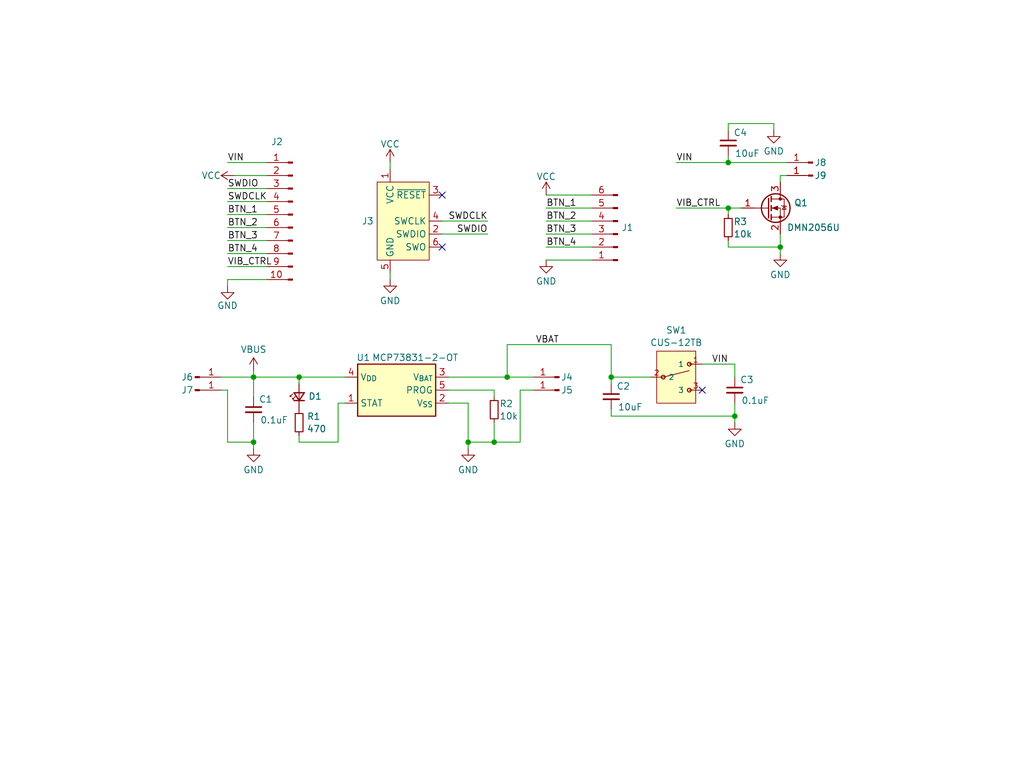
<source format=kicad_sch>
(kicad_sch
	(version 20231120)
	(generator "eeschema")
	(generator_version "8.0")
	(uuid "9178de21-374a-41d0-b4f9-025d575e017a")
	(paper "User" 200 150)
	(lib_symbols
		(symbol "Battery_Management:MCP73831-2-OT"
			(exclude_from_sim no)
			(in_bom yes)
			(on_board yes)
			(property "Reference" "U1"
				(at -7.874 6.35 0)
				(effects
					(font
						(size 1.27 1.27)
					)
					(justify left)
				)
			)
			(property "Value" "MCP73831-2-OT"
				(at 2.032 6.604 0)
				(effects
					(font
						(size 1.27 1.27)
					)
					(justify left)
				)
			)
			(property "Footprint" "Package_TO_SOT_SMD:SOT-23-5"
				(at 1.27 -6.35 0)
				(effects
					(font
						(size 1.27 1.27)
						(italic yes)
					)
					(justify left)
					(hide yes)
				)
			)
			(property "Datasheet" "http://ww1.microchip.com/downloads/en/DeviceDoc/20001984g.pdf"
				(at 0 -18.288 0)
				(effects
					(font
						(size 1.27 1.27)
					)
					(hide yes)
				)
			)
			(property "Description" "Single cell, Li-Ion/Li-Po charge management controller, 4.20V, Tri-State Status Output, in SOT23-5 package"
				(at 0 0 0)
				(effects
					(font
						(size 1.27 1.27)
					)
					(hide yes)
				)
			)
			(property "ki_keywords" "battery charger lithium"
				(at 0 0 0)
				(effects
					(font
						(size 1.27 1.27)
					)
					(hide yes)
				)
			)
			(property "ki_fp_filters" "SOT?23*"
				(at 0 0 0)
				(effects
					(font
						(size 1.27 1.27)
					)
					(hide yes)
				)
			)
			(symbol "MCP73831-2-OT_0_1"
				(rectangle
					(start -7.62 5.08)
					(end 7.62 -5.08)
					(stroke
						(width 0.254)
						(type default)
					)
					(fill
						(type background)
					)
				)
			)
			(symbol "MCP73831-2-OT_1_1"
				(pin tri_state line
					(at -10.16 -2.54 0)
					(length 2.54)
					(name "STAT"
						(effects
							(font
								(size 1.27 1.27)
							)
						)
					)
					(number "1"
						(effects
							(font
								(size 1.27 1.27)
							)
						)
					)
				)
				(pin power_in line
					(at 10.16 -2.54 180)
					(length 2.54)
					(name "V_{SS}"
						(effects
							(font
								(size 1.27 1.27)
							)
						)
					)
					(number "2"
						(effects
							(font
								(size 1.27 1.27)
							)
						)
					)
				)
				(pin power_out line
					(at 10.16 2.54 180)
					(length 2.54)
					(name "V_{BAT}"
						(effects
							(font
								(size 1.27 1.27)
							)
						)
					)
					(number "3"
						(effects
							(font
								(size 1.27 1.27)
							)
						)
					)
				)
				(pin power_in line
					(at -10.16 2.54 0)
					(length 2.54)
					(name "V_{DD}"
						(effects
							(font
								(size 1.27 1.27)
							)
						)
					)
					(number "4"
						(effects
							(font
								(size 1.27 1.27)
							)
						)
					)
				)
				(pin input line
					(at 10.16 0 180)
					(length 2.54)
					(name "PROG"
						(effects
							(font
								(size 1.27 1.27)
							)
						)
					)
					(number "5"
						(effects
							(font
								(size 1.27 1.27)
							)
						)
					)
				)
			)
		)
		(symbol "CUS-12TB:CUS-12TB"
			(pin_names
				(offset 1.016)
			)
			(exclude_from_sim no)
			(in_bom yes)
			(on_board yes)
			(property "Reference" "SW"
				(at 2.54 7.62 0)
				(effects
					(font
						(size 1.27 1.27)
					)
				)
			)
			(property "Value" "CUS-12TB"
				(at 2.54 -7.62 0)
				(effects
					(font
						(size 1.27 1.27)
					)
				)
			)
			(property "Footprint" "CUS-12TB:CUS-12B"
				(at 0 0 0)
				(effects
					(font
						(size 1.27 1.27)
					)
					(justify bottom)
					(hide yes)
				)
			)
			(property "Datasheet" ""
				(at 0 0 0)
				(effects
					(font
						(size 1.27 1.27)
					)
					(hide yes)
				)
			)
			(property "Description" ""
				(at 0 0 0)
				(effects
					(font
						(size 1.27 1.27)
					)
					(hide yes)
				)
			)
			(property "MANUFACTURER_NAME" "Copal Electronics"
				(at 0 0 0)
				(effects
					(font
						(size 1.27 1.27)
					)
					(justify bottom)
					(hide yes)
				)
			)
			(property "MF" "Nidec Components"
				(at 0 0 0)
				(effects
					(font
						(size 1.27 1.27)
					)
					(justify bottom)
					(hide yes)
				)
			)
			(property "MOUSER_PRICE-STOCK" ""
				(at 0 0 0)
				(effects
					(font
						(size 1.27 1.27)
					)
					(justify bottom)
					(hide yes)
				)
			)
			(property "DESCRIPTION" "LOW-PROFILE SLIDE SWITCHES"
				(at 0 0 0)
				(effects
					(font
						(size 1.27 1.27)
					)
					(justify bottom)
					(hide yes)
				)
			)
			(property "MOUSER_PART_NUMBER" ""
				(at 0 0 0)
				(effects
					(font
						(size 1.27 1.27)
					)
					(justify bottom)
					(hide yes)
				)
			)
			(property "Price" "None"
				(at 0 0 0)
				(effects
					(font
						(size 1.27 1.27)
					)
					(justify bottom)
					(hide yes)
				)
			)
			(property "Package" "None"
				(at 0 0 0)
				(effects
					(font
						(size 1.27 1.27)
					)
					(justify bottom)
					(hide yes)
				)
			)
			(property "Check_prices" "https://www.snapeda.com/parts/CUS-12TB/NIC+Components/view-part/?ref=eda"
				(at 0 0 0)
				(effects
					(font
						(size 1.27 1.27)
					)
					(justify bottom)
					(hide yes)
				)
			)
			(property "HEIGHT" "mm"
				(at 0 0 0)
				(effects
					(font
						(size 1.27 1.27)
					)
					(justify bottom)
					(hide yes)
				)
			)
			(property "MP" "CUS-12TB"
				(at 0 0 0)
				(effects
					(font
						(size 1.27 1.27)
					)
					(justify bottom)
					(hide yes)
				)
			)
			(property "SnapEDA_Link" "https://www.snapeda.com/parts/CUS-12TB/NIC+Components/view-part/?ref=snap"
				(at 0 0 0)
				(effects
					(font
						(size 1.27 1.27)
					)
					(justify bottom)
					(hide yes)
				)
			)
			(property "ARROW_PRICE-STOCK" ""
				(at 0 0 0)
				(effects
					(font
						(size 1.27 1.27)
					)
					(justify bottom)
					(hide yes)
				)
			)
			(property "ARROW_PART_NUMBER" ""
				(at 0 0 0)
				(effects
					(font
						(size 1.27 1.27)
					)
					(justify bottom)
					(hide yes)
				)
			)
			(property "Purchase-URL" "https://www.snapeda.com/api/url_track_click_mouser/?unipart_id=13570628&manufacturer=Nidec Components&part_name=CUS-12TB&search_term=cus-12tb"
				(at 0 0 0)
				(effects
					(font
						(size 1.27 1.27)
					)
					(justify bottom)
					(hide yes)
				)
			)
			(property "Description_1" "\nSlide Switch, SPDT, 300mA, 4V, Standard, Surface Mount, Right Angle, CUS Serie | Nidec Components CUS-12TB\n"
				(at 0 0 0)
				(effects
					(font
						(size 1.27 1.27)
					)
					(justify bottom)
					(hide yes)
				)
			)
			(property "Availability" "In Stock"
				(at 0 0 0)
				(effects
					(font
						(size 1.27 1.27)
					)
					(justify bottom)
					(hide yes)
				)
			)
			(property "MANUFACTURER_PART_NUMBER" "CUS-12TB"
				(at 0 0 0)
				(effects
					(font
						(size 1.27 1.27)
					)
					(justify bottom)
					(hide yes)
				)
			)
			(symbol "CUS-12TB_0_0"
				(rectangle
					(start -1.27 -5.08)
					(end 6.35 5.08)
					(stroke
						(width 0.1524)
						(type default)
					)
					(fill
						(type background)
					)
				)
				(polyline
					(pts
						(xy 0 0) (xy 5.08 1.27)
					)
					(stroke
						(width 0.1524)
						(type default)
					)
					(fill
						(type none)
					)
				)
				(polyline
					(pts
						(xy 5.08 -2.54) (xy 5.715 -2.54)
					)
					(stroke
						(width 0.127)
						(type default)
					)
					(fill
						(type none)
					)
				)
				(polyline
					(pts
						(xy 5.08 2.54) (xy 5.715 2.54)
					)
					(stroke
						(width 0.1524)
						(type default)
					)
					(fill
						(type none)
					)
				)
				(circle
					(center 0 0)
					(radius 0.3592)
					(stroke
						(width 0.2032)
						(type default)
					)
					(fill
						(type none)
					)
				)
				(circle
					(center 5.08 -2.54)
					(radius 0.3592)
					(stroke
						(width 0.2032)
						(type default)
					)
					(fill
						(type none)
					)
				)
				(circle
					(center 5.08 2.54)
					(radius 0.3592)
					(stroke
						(width 0.2032)
						(type default)
					)
					(fill
						(type none)
					)
				)
				(pin passive line
					(at 7.62 2.54 180)
					(length 2.54)
					(name "1"
						(effects
							(font
								(size 1.016 1.016)
							)
						)
					)
					(number "1"
						(effects
							(font
								(size 1.016 1.016)
							)
						)
					)
				)
				(pin passive line
					(at -2.54 0 0)
					(length 2.54)
					(name "2"
						(effects
							(font
								(size 1.016 1.016)
							)
						)
					)
					(number "2"
						(effects
							(font
								(size 1.016 1.016)
							)
						)
					)
				)
				(pin passive line
					(at 7.62 -2.54 180)
					(length 2.54)
					(name "3"
						(effects
							(font
								(size 1.016 1.016)
							)
						)
					)
					(number "3"
						(effects
							(font
								(size 1.016 1.016)
							)
						)
					)
				)
			)
		)
		(symbol "Connector:Conn_01x01_Pin"
			(pin_names
				(offset 1.016) hide)
			(exclude_from_sim no)
			(in_bom yes)
			(on_board yes)
			(property "Reference" "J"
				(at 0 2.54 0)
				(effects
					(font
						(size 1.27 1.27)
					)
				)
			)
			(property "Value" "Conn_01x01_Pin"
				(at 0 -2.54 0)
				(effects
					(font
						(size 1.27 1.27)
					)
				)
			)
			(property "Footprint" ""
				(at 0 0 0)
				(effects
					(font
						(size 1.27 1.27)
					)
					(hide yes)
				)
			)
			(property "Datasheet" "~"
				(at 0 0 0)
				(effects
					(font
						(size 1.27 1.27)
					)
					(hide yes)
				)
			)
			(property "Description" "Generic connector, single row, 01x01, script generated"
				(at 0 0 0)
				(effects
					(font
						(size 1.27 1.27)
					)
					(hide yes)
				)
			)
			(property "ki_locked" ""
				(at 0 0 0)
				(effects
					(font
						(size 1.27 1.27)
					)
				)
			)
			(property "ki_keywords" "connector"
				(at 0 0 0)
				(effects
					(font
						(size 1.27 1.27)
					)
					(hide yes)
				)
			)
			(property "ki_fp_filters" "Connector*:*_1x??_*"
				(at 0 0 0)
				(effects
					(font
						(size 1.27 1.27)
					)
					(hide yes)
				)
			)
			(symbol "Conn_01x01_Pin_1_1"
				(polyline
					(pts
						(xy 1.27 0) (xy 0.8636 0)
					)
					(stroke
						(width 0.1524)
						(type default)
					)
					(fill
						(type none)
					)
				)
				(rectangle
					(start 0.8636 0.127)
					(end 0 -0.127)
					(stroke
						(width 0.1524)
						(type default)
					)
					(fill
						(type outline)
					)
				)
				(pin passive line
					(at 5.08 0 180)
					(length 3.81)
					(name "Pin_1"
						(effects
							(font
								(size 1.27 1.27)
							)
						)
					)
					(number "1"
						(effects
							(font
								(size 1.27 1.27)
							)
						)
					)
				)
			)
		)
		(symbol "Connector:Conn_01x06_Pin"
			(pin_names
				(offset 1.016) hide)
			(exclude_from_sim no)
			(in_bom yes)
			(on_board yes)
			(property "Reference" "J"
				(at 0 7.62 0)
				(effects
					(font
						(size 1.27 1.27)
					)
				)
			)
			(property "Value" "Conn_01x06_Pin"
				(at 0 -10.16 0)
				(effects
					(font
						(size 1.27 1.27)
					)
				)
			)
			(property "Footprint" ""
				(at 0 0 0)
				(effects
					(font
						(size 1.27 1.27)
					)
					(hide yes)
				)
			)
			(property "Datasheet" "~"
				(at 0 0 0)
				(effects
					(font
						(size 1.27 1.27)
					)
					(hide yes)
				)
			)
			(property "Description" "Generic connector, single row, 01x06, script generated"
				(at 0 0 0)
				(effects
					(font
						(size 1.27 1.27)
					)
					(hide yes)
				)
			)
			(property "ki_locked" ""
				(at 0 0 0)
				(effects
					(font
						(size 1.27 1.27)
					)
				)
			)
			(property "ki_keywords" "connector"
				(at 0 0 0)
				(effects
					(font
						(size 1.27 1.27)
					)
					(hide yes)
				)
			)
			(property "ki_fp_filters" "Connector*:*_1x??_*"
				(at 0 0 0)
				(effects
					(font
						(size 1.27 1.27)
					)
					(hide yes)
				)
			)
			(symbol "Conn_01x06_Pin_1_1"
				(polyline
					(pts
						(xy 1.27 -7.62) (xy 0.8636 -7.62)
					)
					(stroke
						(width 0.1524)
						(type default)
					)
					(fill
						(type none)
					)
				)
				(polyline
					(pts
						(xy 1.27 -5.08) (xy 0.8636 -5.08)
					)
					(stroke
						(width 0.1524)
						(type default)
					)
					(fill
						(type none)
					)
				)
				(polyline
					(pts
						(xy 1.27 -2.54) (xy 0.8636 -2.54)
					)
					(stroke
						(width 0.1524)
						(type default)
					)
					(fill
						(type none)
					)
				)
				(polyline
					(pts
						(xy 1.27 0) (xy 0.8636 0)
					)
					(stroke
						(width 0.1524)
						(type default)
					)
					(fill
						(type none)
					)
				)
				(polyline
					(pts
						(xy 1.27 2.54) (xy 0.8636 2.54)
					)
					(stroke
						(width 0.1524)
						(type default)
					)
					(fill
						(type none)
					)
				)
				(polyline
					(pts
						(xy 1.27 5.08) (xy 0.8636 5.08)
					)
					(stroke
						(width 0.1524)
						(type default)
					)
					(fill
						(type none)
					)
				)
				(rectangle
					(start 0.8636 -7.493)
					(end 0 -7.747)
					(stroke
						(width 0.1524)
						(type default)
					)
					(fill
						(type outline)
					)
				)
				(rectangle
					(start 0.8636 -4.953)
					(end 0 -5.207)
					(stroke
						(width 0.1524)
						(type default)
					)
					(fill
						(type outline)
					)
				)
				(rectangle
					(start 0.8636 -2.413)
					(end 0 -2.667)
					(stroke
						(width 0.1524)
						(type default)
					)
					(fill
						(type outline)
					)
				)
				(rectangle
					(start 0.8636 0.127)
					(end 0 -0.127)
					(stroke
						(width 0.1524)
						(type default)
					)
					(fill
						(type outline)
					)
				)
				(rectangle
					(start 0.8636 2.667)
					(end 0 2.413)
					(stroke
						(width 0.1524)
						(type default)
					)
					(fill
						(type outline)
					)
				)
				(rectangle
					(start 0.8636 5.207)
					(end 0 4.953)
					(stroke
						(width 0.1524)
						(type default)
					)
					(fill
						(type outline)
					)
				)
				(pin passive line
					(at 5.08 5.08 180)
					(length 3.81)
					(name "Pin_1"
						(effects
							(font
								(size 1.27 1.27)
							)
						)
					)
					(number "1"
						(effects
							(font
								(size 1.27 1.27)
							)
						)
					)
				)
				(pin passive line
					(at 5.08 2.54 180)
					(length 3.81)
					(name "Pin_2"
						(effects
							(font
								(size 1.27 1.27)
							)
						)
					)
					(number "2"
						(effects
							(font
								(size 1.27 1.27)
							)
						)
					)
				)
				(pin passive line
					(at 5.08 0 180)
					(length 3.81)
					(name "Pin_3"
						(effects
							(font
								(size 1.27 1.27)
							)
						)
					)
					(number "3"
						(effects
							(font
								(size 1.27 1.27)
							)
						)
					)
				)
				(pin passive line
					(at 5.08 -2.54 180)
					(length 3.81)
					(name "Pin_4"
						(effects
							(font
								(size 1.27 1.27)
							)
						)
					)
					(number "4"
						(effects
							(font
								(size 1.27 1.27)
							)
						)
					)
				)
				(pin passive line
					(at 5.08 -5.08 180)
					(length 3.81)
					(name "Pin_5"
						(effects
							(font
								(size 1.27 1.27)
							)
						)
					)
					(number "5"
						(effects
							(font
								(size 1.27 1.27)
							)
						)
					)
				)
				(pin passive line
					(at 5.08 -7.62 180)
					(length 3.81)
					(name "Pin_6"
						(effects
							(font
								(size 1.27 1.27)
							)
						)
					)
					(number "6"
						(effects
							(font
								(size 1.27 1.27)
							)
						)
					)
				)
			)
		)
		(symbol "Connector:Conn_01x10_Pin"
			(pin_names
				(offset 1.016) hide)
			(exclude_from_sim no)
			(in_bom yes)
			(on_board yes)
			(property "Reference" "J"
				(at 0 12.7 0)
				(effects
					(font
						(size 1.27 1.27)
					)
				)
			)
			(property "Value" "Conn_01x10_Pin"
				(at 0 -15.24 0)
				(effects
					(font
						(size 1.27 1.27)
					)
				)
			)
			(property "Footprint" ""
				(at 0 0 0)
				(effects
					(font
						(size 1.27 1.27)
					)
					(hide yes)
				)
			)
			(property "Datasheet" "~"
				(at 0 0 0)
				(effects
					(font
						(size 1.27 1.27)
					)
					(hide yes)
				)
			)
			(property "Description" "Generic connector, single row, 01x10, script generated"
				(at 0 0 0)
				(effects
					(font
						(size 1.27 1.27)
					)
					(hide yes)
				)
			)
			(property "ki_locked" ""
				(at 0 0 0)
				(effects
					(font
						(size 1.27 1.27)
					)
				)
			)
			(property "ki_keywords" "connector"
				(at 0 0 0)
				(effects
					(font
						(size 1.27 1.27)
					)
					(hide yes)
				)
			)
			(property "ki_fp_filters" "Connector*:*_1x??_*"
				(at 0 0 0)
				(effects
					(font
						(size 1.27 1.27)
					)
					(hide yes)
				)
			)
			(symbol "Conn_01x10_Pin_1_1"
				(polyline
					(pts
						(xy 1.27 -12.7) (xy 0.8636 -12.7)
					)
					(stroke
						(width 0.1524)
						(type default)
					)
					(fill
						(type none)
					)
				)
				(polyline
					(pts
						(xy 1.27 -10.16) (xy 0.8636 -10.16)
					)
					(stroke
						(width 0.1524)
						(type default)
					)
					(fill
						(type none)
					)
				)
				(polyline
					(pts
						(xy 1.27 -7.62) (xy 0.8636 -7.62)
					)
					(stroke
						(width 0.1524)
						(type default)
					)
					(fill
						(type none)
					)
				)
				(polyline
					(pts
						(xy 1.27 -5.08) (xy 0.8636 -5.08)
					)
					(stroke
						(width 0.1524)
						(type default)
					)
					(fill
						(type none)
					)
				)
				(polyline
					(pts
						(xy 1.27 -2.54) (xy 0.8636 -2.54)
					)
					(stroke
						(width 0.1524)
						(type default)
					)
					(fill
						(type none)
					)
				)
				(polyline
					(pts
						(xy 1.27 0) (xy 0.8636 0)
					)
					(stroke
						(width 0.1524)
						(type default)
					)
					(fill
						(type none)
					)
				)
				(polyline
					(pts
						(xy 1.27 2.54) (xy 0.8636 2.54)
					)
					(stroke
						(width 0.1524)
						(type default)
					)
					(fill
						(type none)
					)
				)
				(polyline
					(pts
						(xy 1.27 5.08) (xy 0.8636 5.08)
					)
					(stroke
						(width 0.1524)
						(type default)
					)
					(fill
						(type none)
					)
				)
				(polyline
					(pts
						(xy 1.27 7.62) (xy 0.8636 7.62)
					)
					(stroke
						(width 0.1524)
						(type default)
					)
					(fill
						(type none)
					)
				)
				(polyline
					(pts
						(xy 1.27 10.16) (xy 0.8636 10.16)
					)
					(stroke
						(width 0.1524)
						(type default)
					)
					(fill
						(type none)
					)
				)
				(rectangle
					(start 0.8636 -12.573)
					(end 0 -12.827)
					(stroke
						(width 0.1524)
						(type default)
					)
					(fill
						(type outline)
					)
				)
				(rectangle
					(start 0.8636 -10.033)
					(end 0 -10.287)
					(stroke
						(width 0.1524)
						(type default)
					)
					(fill
						(type outline)
					)
				)
				(rectangle
					(start 0.8636 -7.493)
					(end 0 -7.747)
					(stroke
						(width 0.1524)
						(type default)
					)
					(fill
						(type outline)
					)
				)
				(rectangle
					(start 0.8636 -4.953)
					(end 0 -5.207)
					(stroke
						(width 0.1524)
						(type default)
					)
					(fill
						(type outline)
					)
				)
				(rectangle
					(start 0.8636 -2.413)
					(end 0 -2.667)
					(stroke
						(width 0.1524)
						(type default)
					)
					(fill
						(type outline)
					)
				)
				(rectangle
					(start 0.8636 0.127)
					(end 0 -0.127)
					(stroke
						(width 0.1524)
						(type default)
					)
					(fill
						(type outline)
					)
				)
				(rectangle
					(start 0.8636 2.667)
					(end 0 2.413)
					(stroke
						(width 0.1524)
						(type default)
					)
					(fill
						(type outline)
					)
				)
				(rectangle
					(start 0.8636 5.207)
					(end 0 4.953)
					(stroke
						(width 0.1524)
						(type default)
					)
					(fill
						(type outline)
					)
				)
				(rectangle
					(start 0.8636 7.747)
					(end 0 7.493)
					(stroke
						(width 0.1524)
						(type default)
					)
					(fill
						(type outline)
					)
				)
				(rectangle
					(start 0.8636 10.287)
					(end 0 10.033)
					(stroke
						(width 0.1524)
						(type default)
					)
					(fill
						(type outline)
					)
				)
				(pin passive line
					(at 5.08 10.16 180)
					(length 3.81)
					(name "Pin_1"
						(effects
							(font
								(size 1.27 1.27)
							)
						)
					)
					(number "1"
						(effects
							(font
								(size 1.27 1.27)
							)
						)
					)
				)
				(pin passive line
					(at 5.08 -12.7 180)
					(length 3.81)
					(name "Pin_10"
						(effects
							(font
								(size 1.27 1.27)
							)
						)
					)
					(number "10"
						(effects
							(font
								(size 1.27 1.27)
							)
						)
					)
				)
				(pin passive line
					(at 5.08 7.62 180)
					(length 3.81)
					(name "Pin_2"
						(effects
							(font
								(size 1.27 1.27)
							)
						)
					)
					(number "2"
						(effects
							(font
								(size 1.27 1.27)
							)
						)
					)
				)
				(pin passive line
					(at 5.08 5.08 180)
					(length 3.81)
					(name "Pin_3"
						(effects
							(font
								(size 1.27 1.27)
							)
						)
					)
					(number "3"
						(effects
							(font
								(size 1.27 1.27)
							)
						)
					)
				)
				(pin passive line
					(at 5.08 2.54 180)
					(length 3.81)
					(name "Pin_4"
						(effects
							(font
								(size 1.27 1.27)
							)
						)
					)
					(number "4"
						(effects
							(font
								(size 1.27 1.27)
							)
						)
					)
				)
				(pin passive line
					(at 5.08 0 180)
					(length 3.81)
					(name "Pin_5"
						(effects
							(font
								(size 1.27 1.27)
							)
						)
					)
					(number "5"
						(effects
							(font
								(size 1.27 1.27)
							)
						)
					)
				)
				(pin passive line
					(at 5.08 -2.54 180)
					(length 3.81)
					(name "Pin_6"
						(effects
							(font
								(size 1.27 1.27)
							)
						)
					)
					(number "6"
						(effects
							(font
								(size 1.27 1.27)
							)
						)
					)
				)
				(pin passive line
					(at 5.08 -5.08 180)
					(length 3.81)
					(name "Pin_7"
						(effects
							(font
								(size 1.27 1.27)
							)
						)
					)
					(number "7"
						(effects
							(font
								(size 1.27 1.27)
							)
						)
					)
				)
				(pin passive line
					(at 5.08 -7.62 180)
					(length 3.81)
					(name "Pin_8"
						(effects
							(font
								(size 1.27 1.27)
							)
						)
					)
					(number "8"
						(effects
							(font
								(size 1.27 1.27)
							)
						)
					)
				)
				(pin passive line
					(at 5.08 -10.16 180)
					(length 3.81)
					(name "Pin_9"
						(effects
							(font
								(size 1.27 1.27)
							)
						)
					)
					(number "9"
						(effects
							(font
								(size 1.27 1.27)
							)
						)
					)
				)
			)
		)
		(symbol "Connector:Conn_ARM_SWD_TagConnect_TC2030-NL"
			(exclude_from_sim no)
			(in_bom no)
			(on_board yes)
			(property "Reference" "J"
				(at 2.54 11.43 0)
				(effects
					(font
						(size 1.27 1.27)
					)
				)
			)
			(property "Value" "Conn_ARM_SWD_TagConnect_TC2030-NL"
				(at 2.54 8.89 0)
				(effects
					(font
						(size 1.27 1.27)
					)
				)
			)
			(property "Footprint" "Connector:Tag-Connect_TC2030-IDC-NL_2x03_P1.27mm_Vertical"
				(at 0 -17.78 0)
				(effects
					(font
						(size 1.27 1.27)
					)
					(hide yes)
				)
			)
			(property "Datasheet" "https://www.tag-connect.com/wp-content/uploads/bsk-pdf-manager/TC2030-CTX_1.pdf"
				(at 0 -15.24 0)
				(effects
					(font
						(size 1.27 1.27)
					)
					(hide yes)
				)
			)
			(property "Description" "Tag-Connect ARM Cortex SWD JTAG connector, 6 pin, no legs"
				(at 0 0 0)
				(effects
					(font
						(size 1.27 1.27)
					)
					(hide yes)
				)
			)
			(property "ki_keywords" "Cortex Debug Connector ARM SWD JTAG"
				(at 0 0 0)
				(effects
					(font
						(size 1.27 1.27)
					)
					(hide yes)
				)
			)
			(property "ki_fp_filters" "*TC2030*"
				(at 0 0 0)
				(effects
					(font
						(size 1.27 1.27)
					)
					(hide yes)
				)
			)
			(symbol "Conn_ARM_SWD_TagConnect_TC2030-NL_0_0"
				(pin power_in line
					(at -2.54 10.16 270)
					(length 2.54)
					(name "VCC"
						(effects
							(font
								(size 1.27 1.27)
							)
						)
					)
					(number "1"
						(effects
							(font
								(size 1.27 1.27)
							)
						)
					)
				)
				(pin bidirectional line
					(at 7.62 -2.54 180)
					(length 2.54)
					(name "SWDIO"
						(effects
							(font
								(size 1.27 1.27)
							)
						)
					)
					(number "2"
						(effects
							(font
								(size 1.27 1.27)
							)
						)
					)
					(alternate "TMS" bidirectional line)
				)
				(pin open_collector line
					(at 7.62 5.08 180)
					(length 2.54)
					(name "~{RESET}"
						(effects
							(font
								(size 1.27 1.27)
							)
						)
					)
					(number "3"
						(effects
							(font
								(size 1.27 1.27)
							)
						)
					)
				)
				(pin output line
					(at 7.62 0 180)
					(length 2.54)
					(name "SWCLK"
						(effects
							(font
								(size 1.27 1.27)
							)
						)
					)
					(number "4"
						(effects
							(font
								(size 1.27 1.27)
							)
						)
					)
					(alternate "TCK" output line)
				)
				(pin power_in line
					(at -2.54 -10.16 90)
					(length 2.54)
					(name "GND"
						(effects
							(font
								(size 1.27 1.27)
							)
						)
					)
					(number "5"
						(effects
							(font
								(size 1.27 1.27)
							)
						)
					)
				)
				(pin input line
					(at 7.62 -5.08 180)
					(length 2.54)
					(name "SWO"
						(effects
							(font
								(size 1.27 1.27)
							)
						)
					)
					(number "6"
						(effects
							(font
								(size 1.27 1.27)
							)
						)
					)
					(alternate "TDO" input line)
				)
			)
			(symbol "Conn_ARM_SWD_TagConnect_TC2030-NL_0_1"
				(rectangle
					(start -5.08 7.62)
					(end 5.08 -7.62)
					(stroke
						(width 0)
						(type default)
					)
					(fill
						(type background)
					)
				)
			)
		)
		(symbol "Device:C_Small"
			(pin_numbers hide)
			(pin_names
				(offset 0.254) hide)
			(exclude_from_sim no)
			(in_bom yes)
			(on_board yes)
			(property "Reference" "C"
				(at 0.254 1.778 0)
				(effects
					(font
						(size 1.27 1.27)
					)
					(justify left)
				)
			)
			(property "Value" "C_Small"
				(at 0.254 -2.032 0)
				(effects
					(font
						(size 1.27 1.27)
					)
					(justify left)
				)
			)
			(property "Footprint" ""
				(at 0 0 0)
				(effects
					(font
						(size 1.27 1.27)
					)
					(hide yes)
				)
			)
			(property "Datasheet" "~"
				(at 0 0 0)
				(effects
					(font
						(size 1.27 1.27)
					)
					(hide yes)
				)
			)
			(property "Description" "Unpolarized capacitor, small symbol"
				(at 0 0 0)
				(effects
					(font
						(size 1.27 1.27)
					)
					(hide yes)
				)
			)
			(property "ki_keywords" "capacitor cap"
				(at 0 0 0)
				(effects
					(font
						(size 1.27 1.27)
					)
					(hide yes)
				)
			)
			(property "ki_fp_filters" "C_*"
				(at 0 0 0)
				(effects
					(font
						(size 1.27 1.27)
					)
					(hide yes)
				)
			)
			(symbol "C_Small_0_1"
				(polyline
					(pts
						(xy -1.524 -0.508) (xy 1.524 -0.508)
					)
					(stroke
						(width 0.3302)
						(type default)
					)
					(fill
						(type none)
					)
				)
				(polyline
					(pts
						(xy -1.524 0.508) (xy 1.524 0.508)
					)
					(stroke
						(width 0.3048)
						(type default)
					)
					(fill
						(type none)
					)
				)
			)
			(symbol "C_Small_1_1"
				(pin passive line
					(at 0 2.54 270)
					(length 2.032)
					(name "~"
						(effects
							(font
								(size 1.27 1.27)
							)
						)
					)
					(number "1"
						(effects
							(font
								(size 1.27 1.27)
							)
						)
					)
				)
				(pin passive line
					(at 0 -2.54 90)
					(length 2.032)
					(name "~"
						(effects
							(font
								(size 1.27 1.27)
							)
						)
					)
					(number "2"
						(effects
							(font
								(size 1.27 1.27)
							)
						)
					)
				)
			)
		)
		(symbol "Device:LED_Small"
			(pin_numbers hide)
			(pin_names
				(offset 0.254) hide)
			(exclude_from_sim no)
			(in_bom yes)
			(on_board yes)
			(property "Reference" "D"
				(at -1.27 3.175 0)
				(effects
					(font
						(size 1.27 1.27)
					)
					(justify left)
				)
			)
			(property "Value" "LED_Small"
				(at -4.445 -2.54 0)
				(effects
					(font
						(size 1.27 1.27)
					)
					(justify left)
				)
			)
			(property "Footprint" ""
				(at 0 0 90)
				(effects
					(font
						(size 1.27 1.27)
					)
					(hide yes)
				)
			)
			(property "Datasheet" "~"
				(at 0 0 90)
				(effects
					(font
						(size 1.27 1.27)
					)
					(hide yes)
				)
			)
			(property "Description" "Light emitting diode, small symbol"
				(at 0 0 0)
				(effects
					(font
						(size 1.27 1.27)
					)
					(hide yes)
				)
			)
			(property "ki_keywords" "LED diode light-emitting-diode"
				(at 0 0 0)
				(effects
					(font
						(size 1.27 1.27)
					)
					(hide yes)
				)
			)
			(property "ki_fp_filters" "LED* LED_SMD:* LED_THT:*"
				(at 0 0 0)
				(effects
					(font
						(size 1.27 1.27)
					)
					(hide yes)
				)
			)
			(symbol "LED_Small_0_1"
				(polyline
					(pts
						(xy -0.762 -1.016) (xy -0.762 1.016)
					)
					(stroke
						(width 0.254)
						(type default)
					)
					(fill
						(type none)
					)
				)
				(polyline
					(pts
						(xy 1.016 0) (xy -0.762 0)
					)
					(stroke
						(width 0)
						(type default)
					)
					(fill
						(type none)
					)
				)
				(polyline
					(pts
						(xy 0.762 -1.016) (xy -0.762 0) (xy 0.762 1.016) (xy 0.762 -1.016)
					)
					(stroke
						(width 0.254)
						(type default)
					)
					(fill
						(type none)
					)
				)
				(polyline
					(pts
						(xy 0 0.762) (xy -0.508 1.27) (xy -0.254 1.27) (xy -0.508 1.27) (xy -0.508 1.016)
					)
					(stroke
						(width 0)
						(type default)
					)
					(fill
						(type none)
					)
				)
				(polyline
					(pts
						(xy 0.508 1.27) (xy 0 1.778) (xy 0.254 1.778) (xy 0 1.778) (xy 0 1.524)
					)
					(stroke
						(width 0)
						(type default)
					)
					(fill
						(type none)
					)
				)
			)
			(symbol "LED_Small_1_1"
				(pin passive line
					(at -2.54 0 0)
					(length 1.778)
					(name "K"
						(effects
							(font
								(size 1.27 1.27)
							)
						)
					)
					(number "1"
						(effects
							(font
								(size 1.27 1.27)
							)
						)
					)
				)
				(pin passive line
					(at 2.54 0 180)
					(length 1.778)
					(name "A"
						(effects
							(font
								(size 1.27 1.27)
							)
						)
					)
					(number "2"
						(effects
							(font
								(size 1.27 1.27)
							)
						)
					)
				)
			)
		)
		(symbol "Device:R_Small"
			(pin_numbers hide)
			(pin_names
				(offset 0.254) hide)
			(exclude_from_sim no)
			(in_bom yes)
			(on_board yes)
			(property "Reference" "R"
				(at 0.762 0.508 0)
				(effects
					(font
						(size 1.27 1.27)
					)
					(justify left)
				)
			)
			(property "Value" "R_Small"
				(at 0.762 -1.016 0)
				(effects
					(font
						(size 1.27 1.27)
					)
					(justify left)
				)
			)
			(property "Footprint" ""
				(at 0 0 0)
				(effects
					(font
						(size 1.27 1.27)
					)
					(hide yes)
				)
			)
			(property "Datasheet" "~"
				(at 0 0 0)
				(effects
					(font
						(size 1.27 1.27)
					)
					(hide yes)
				)
			)
			(property "Description" "Resistor, small symbol"
				(at 0 0 0)
				(effects
					(font
						(size 1.27 1.27)
					)
					(hide yes)
				)
			)
			(property "ki_keywords" "R resistor"
				(at 0 0 0)
				(effects
					(font
						(size 1.27 1.27)
					)
					(hide yes)
				)
			)
			(property "ki_fp_filters" "R_*"
				(at 0 0 0)
				(effects
					(font
						(size 1.27 1.27)
					)
					(hide yes)
				)
			)
			(symbol "R_Small_0_1"
				(rectangle
					(start -0.762 1.778)
					(end 0.762 -1.778)
					(stroke
						(width 0.2032)
						(type default)
					)
					(fill
						(type none)
					)
				)
			)
			(symbol "R_Small_1_1"
				(pin passive line
					(at 0 2.54 270)
					(length 0.762)
					(name "~"
						(effects
							(font
								(size 1.27 1.27)
							)
						)
					)
					(number "1"
						(effects
							(font
								(size 1.27 1.27)
							)
						)
					)
				)
				(pin passive line
					(at 0 -2.54 90)
					(length 0.762)
					(name "~"
						(effects
							(font
								(size 1.27 1.27)
							)
						)
					)
					(number "2"
						(effects
							(font
								(size 1.27 1.27)
							)
						)
					)
				)
			)
		)
		(symbol "Transistor_FET:DMN2056U"
			(pin_names hide)
			(exclude_from_sim no)
			(in_bom yes)
			(on_board yes)
			(property "Reference" "Q"
				(at 5.08 1.905 0)
				(effects
					(font
						(size 1.27 1.27)
					)
					(justify left)
				)
			)
			(property "Value" "DMN2056U"
				(at 5.08 0 0)
				(effects
					(font
						(size 1.27 1.27)
					)
					(justify left)
				)
			)
			(property "Footprint" "Package_TO_SOT_SMD:SOT-23"
				(at 5.08 -1.905 0)
				(effects
					(font
						(size 1.27 1.27)
						(italic yes)
					)
					(justify left)
					(hide yes)
				)
			)
			(property "Datasheet" "http://www.diodes.com/assets/Datasheets/DMN2056U.pdf"
				(at 0 0 0)
				(effects
					(font
						(size 1.27 1.27)
					)
					(justify left)
					(hide yes)
				)
			)
			(property "Description" "4A Id, 20V Vds, N-Channel MOSFET, SOT-23"
				(at 0 0 0)
				(effects
					(font
						(size 1.27 1.27)
					)
					(hide yes)
				)
			)
			(property "ki_keywords" "N-Channel MOSFET"
				(at 0 0 0)
				(effects
					(font
						(size 1.27 1.27)
					)
					(hide yes)
				)
			)
			(property "ki_fp_filters" "SOT?23*"
				(at 0 0 0)
				(effects
					(font
						(size 1.27 1.27)
					)
					(hide yes)
				)
			)
			(symbol "DMN2056U_0_1"
				(polyline
					(pts
						(xy 0.254 0) (xy -2.54 0)
					)
					(stroke
						(width 0)
						(type default)
					)
					(fill
						(type none)
					)
				)
				(polyline
					(pts
						(xy 0.254 1.905) (xy 0.254 -1.905)
					)
					(stroke
						(width 0.254)
						(type default)
					)
					(fill
						(type none)
					)
				)
				(polyline
					(pts
						(xy 0.762 -1.27) (xy 0.762 -2.286)
					)
					(stroke
						(width 0.254)
						(type default)
					)
					(fill
						(type none)
					)
				)
				(polyline
					(pts
						(xy 0.762 0.508) (xy 0.762 -0.508)
					)
					(stroke
						(width 0.254)
						(type default)
					)
					(fill
						(type none)
					)
				)
				(polyline
					(pts
						(xy 0.762 2.286) (xy 0.762 1.27)
					)
					(stroke
						(width 0.254)
						(type default)
					)
					(fill
						(type none)
					)
				)
				(polyline
					(pts
						(xy 2.54 2.54) (xy 2.54 1.778)
					)
					(stroke
						(width 0)
						(type default)
					)
					(fill
						(type none)
					)
				)
				(polyline
					(pts
						(xy 2.54 -2.54) (xy 2.54 0) (xy 0.762 0)
					)
					(stroke
						(width 0)
						(type default)
					)
					(fill
						(type none)
					)
				)
				(polyline
					(pts
						(xy 0.762 -1.778) (xy 3.302 -1.778) (xy 3.302 1.778) (xy 0.762 1.778)
					)
					(stroke
						(width 0)
						(type default)
					)
					(fill
						(type none)
					)
				)
				(polyline
					(pts
						(xy 1.016 0) (xy 2.032 0.381) (xy 2.032 -0.381) (xy 1.016 0)
					)
					(stroke
						(width 0)
						(type default)
					)
					(fill
						(type outline)
					)
				)
				(polyline
					(pts
						(xy 2.794 0.508) (xy 2.921 0.381) (xy 3.683 0.381) (xy 3.81 0.254)
					)
					(stroke
						(width 0)
						(type default)
					)
					(fill
						(type none)
					)
				)
				(polyline
					(pts
						(xy 3.302 0.381) (xy 2.921 -0.254) (xy 3.683 -0.254) (xy 3.302 0.381)
					)
					(stroke
						(width 0)
						(type default)
					)
					(fill
						(type none)
					)
				)
				(circle
					(center 1.651 0)
					(radius 2.794)
					(stroke
						(width 0.254)
						(type default)
					)
					(fill
						(type none)
					)
				)
				(circle
					(center 2.54 -1.778)
					(radius 0.254)
					(stroke
						(width 0)
						(type default)
					)
					(fill
						(type outline)
					)
				)
				(circle
					(center 2.54 1.778)
					(radius 0.254)
					(stroke
						(width 0)
						(type default)
					)
					(fill
						(type outline)
					)
				)
			)
			(symbol "DMN2056U_1_1"
				(pin input line
					(at -5.08 0 0)
					(length 2.54)
					(name "G"
						(effects
							(font
								(size 1.27 1.27)
							)
						)
					)
					(number "1"
						(effects
							(font
								(size 1.27 1.27)
							)
						)
					)
				)
				(pin passive line
					(at 2.54 -5.08 90)
					(length 2.54)
					(name "S"
						(effects
							(font
								(size 1.27 1.27)
							)
						)
					)
					(number "2"
						(effects
							(font
								(size 1.27 1.27)
							)
						)
					)
				)
				(pin passive line
					(at 2.54 5.08 270)
					(length 2.54)
					(name "D"
						(effects
							(font
								(size 1.27 1.27)
							)
						)
					)
					(number "3"
						(effects
							(font
								(size 1.27 1.27)
							)
						)
					)
				)
			)
		)
		(symbol "power:GND"
			(power)
			(pin_numbers hide)
			(pin_names
				(offset 0) hide)
			(exclude_from_sim no)
			(in_bom yes)
			(on_board yes)
			(property "Reference" "#PWR"
				(at 0 -6.35 0)
				(effects
					(font
						(size 1.27 1.27)
					)
					(hide yes)
				)
			)
			(property "Value" "GND"
				(at 0 -3.81 0)
				(effects
					(font
						(size 1.27 1.27)
					)
				)
			)
			(property "Footprint" ""
				(at 0 0 0)
				(effects
					(font
						(size 1.27 1.27)
					)
					(hide yes)
				)
			)
			(property "Datasheet" ""
				(at 0 0 0)
				(effects
					(font
						(size 1.27 1.27)
					)
					(hide yes)
				)
			)
			(property "Description" "Power symbol creates a global label with name \"GND\" , ground"
				(at 0 0 0)
				(effects
					(font
						(size 1.27 1.27)
					)
					(hide yes)
				)
			)
			(property "ki_keywords" "global power"
				(at 0 0 0)
				(effects
					(font
						(size 1.27 1.27)
					)
					(hide yes)
				)
			)
			(symbol "GND_0_1"
				(polyline
					(pts
						(xy 0 0) (xy 0 -1.27) (xy 1.27 -1.27) (xy 0 -2.54) (xy -1.27 -1.27) (xy 0 -1.27)
					)
					(stroke
						(width 0)
						(type default)
					)
					(fill
						(type none)
					)
				)
			)
			(symbol "GND_1_1"
				(pin power_in line
					(at 0 0 270)
					(length 0)
					(name "~"
						(effects
							(font
								(size 1.27 1.27)
							)
						)
					)
					(number "1"
						(effects
							(font
								(size 1.27 1.27)
							)
						)
					)
				)
			)
		)
		(symbol "power:VBUS"
			(power)
			(pin_numbers hide)
			(pin_names
				(offset 0) hide)
			(exclude_from_sim no)
			(in_bom yes)
			(on_board yes)
			(property "Reference" "#PWR"
				(at 0 -3.81 0)
				(effects
					(font
						(size 1.27 1.27)
					)
					(hide yes)
				)
			)
			(property "Value" "VBUS"
				(at 0 3.556 0)
				(effects
					(font
						(size 1.27 1.27)
					)
				)
			)
			(property "Footprint" ""
				(at 0 0 0)
				(effects
					(font
						(size 1.27 1.27)
					)
					(hide yes)
				)
			)
			(property "Datasheet" ""
				(at 0 0 0)
				(effects
					(font
						(size 1.27 1.27)
					)
					(hide yes)
				)
			)
			(property "Description" "Power symbol creates a global label with name \"VBUS\""
				(at 0 0 0)
				(effects
					(font
						(size 1.27 1.27)
					)
					(hide yes)
				)
			)
			(property "ki_keywords" "global power"
				(at 0 0 0)
				(effects
					(font
						(size 1.27 1.27)
					)
					(hide yes)
				)
			)
			(symbol "VBUS_0_1"
				(polyline
					(pts
						(xy -0.762 1.27) (xy 0 2.54)
					)
					(stroke
						(width 0)
						(type default)
					)
					(fill
						(type none)
					)
				)
				(polyline
					(pts
						(xy 0 0) (xy 0 2.54)
					)
					(stroke
						(width 0)
						(type default)
					)
					(fill
						(type none)
					)
				)
				(polyline
					(pts
						(xy 0 2.54) (xy 0.762 1.27)
					)
					(stroke
						(width 0)
						(type default)
					)
					(fill
						(type none)
					)
				)
			)
			(symbol "VBUS_1_1"
				(pin power_in line
					(at 0 0 90)
					(length 0)
					(name "~"
						(effects
							(font
								(size 1.27 1.27)
							)
						)
					)
					(number "1"
						(effects
							(font
								(size 1.27 1.27)
							)
						)
					)
				)
			)
		)
		(symbol "power:VCC"
			(power)
			(pin_names
				(offset 0)
			)
			(exclude_from_sim no)
			(in_bom yes)
			(on_board yes)
			(property "Reference" "#PWR"
				(at 0 -3.81 0)
				(effects
					(font
						(size 1.27 1.27)
					)
					(hide yes)
				)
			)
			(property "Value" "VCC"
				(at 0 3.81 0)
				(effects
					(font
						(size 1.27 1.27)
					)
				)
			)
			(property "Footprint" ""
				(at 0 0 0)
				(effects
					(font
						(size 1.27 1.27)
					)
					(hide yes)
				)
			)
			(property "Datasheet" ""
				(at 0 0 0)
				(effects
					(font
						(size 1.27 1.27)
					)
					(hide yes)
				)
			)
			(property "Description" "Power symbol creates a global label with name \"VCC\""
				(at 0 0 0)
				(effects
					(font
						(size 1.27 1.27)
					)
					(hide yes)
				)
			)
			(property "ki_keywords" "power-flag"
				(at 0 0 0)
				(effects
					(font
						(size 1.27 1.27)
					)
					(hide yes)
				)
			)
			(symbol "VCC_0_1"
				(polyline
					(pts
						(xy -0.762 1.27) (xy 0 2.54)
					)
					(stroke
						(width 0)
						(type default)
					)
					(fill
						(type none)
					)
				)
				(polyline
					(pts
						(xy 0 0) (xy 0 2.54)
					)
					(stroke
						(width 0)
						(type default)
					)
					(fill
						(type none)
					)
				)
				(polyline
					(pts
						(xy 0 2.54) (xy 0.762 1.27)
					)
					(stroke
						(width 0)
						(type default)
					)
					(fill
						(type none)
					)
				)
			)
			(symbol "VCC_1_1"
				(pin power_in line
					(at 0 0 90)
					(length 0) hide
					(name "VCC"
						(effects
							(font
								(size 1.27 1.27)
							)
						)
					)
					(number "1"
						(effects
							(font
								(size 1.27 1.27)
							)
						)
					)
				)
			)
		)
	)
	(junction
		(at 49.53 86.36)
		(diameter 0)
		(color 0 0 0 0)
		(uuid "005369a0-f91a-43ab-812a-7cf2c1bf50bb")
	)
	(junction
		(at 142.24 40.64)
		(diameter 0)
		(color 0 0 0 0)
		(uuid "1102e19e-99ce-484b-960c-dafa55978052")
	)
	(junction
		(at 58.42 73.66)
		(diameter 0)
		(color 0 0 0 0)
		(uuid "224feaa6-4ed5-452e-a978-52aa97371c9b")
	)
	(junction
		(at 143.51 81.28)
		(diameter 0)
		(color 0 0 0 0)
		(uuid "3e0fde05-d35e-43cd-a6bb-6bcda3985845")
	)
	(junction
		(at 99.06 73.66)
		(diameter 0)
		(color 0 0 0 0)
		(uuid "4be37389-1ed4-49f4-833d-9b952ec42751")
	)
	(junction
		(at 152.4 48.26)
		(diameter 0)
		(color 0 0 0 0)
		(uuid "5f9f4a97-5b3d-41a6-a1eb-25ec0dd0b39d")
	)
	(junction
		(at 49.53 73.66)
		(diameter 0)
		(color 0 0 0 0)
		(uuid "9ae3dd15-0651-497e-b208-3f6d0dc7eeff")
	)
	(junction
		(at 142.24 31.75)
		(diameter 0)
		(color 0 0 0 0)
		(uuid "ce6a1d6f-43ab-4bf5-ba69-15f19fb1bf72")
	)
	(junction
		(at 119.38 73.66)
		(diameter 0)
		(color 0 0 0 0)
		(uuid "cf5e9a83-a50f-4a57-886e-08dcdc319a52")
	)
	(junction
		(at 96.52 86.36)
		(diameter 0)
		(color 0 0 0 0)
		(uuid "d59724b3-e05a-4fa0-bf28-99642b714298")
	)
	(junction
		(at 91.44 86.36)
		(diameter 0)
		(color 0 0 0 0)
		(uuid "d68a386e-4631-47ce-8912-8aa9e93dd557")
	)
	(no_connect
		(at 86.36 38.1)
		(uuid "1d6974b0-f241-48b9-9be5-a477314d6407")
	)
	(no_connect
		(at 86.36 48.26)
		(uuid "b17c7e57-79a8-4554-b590-f38424e3d147")
	)
	(no_connect
		(at 137.16 76.2)
		(uuid "d83c4df1-5c3d-414a-8965-609366c57f48")
	)
	(wire
		(pts
			(xy 137.16 71.12) (xy 143.51 71.12)
		)
		(stroke
			(width 0)
			(type default)
		)
		(uuid "03222d55-4602-411b-9ded-05f483f85a96")
	)
	(wire
		(pts
			(xy 142.24 30.48) (xy 142.24 31.75)
		)
		(stroke
			(width 0)
			(type default)
		)
		(uuid "05978630-3415-4940-99bb-2c6acfbb874e")
	)
	(wire
		(pts
			(xy 152.4 34.29) (xy 153.67 34.29)
		)
		(stroke
			(width 0)
			(type default)
		)
		(uuid "06074e0d-86fb-4682-8898-77bc7b680a25")
	)
	(wire
		(pts
			(xy 152.4 48.26) (xy 152.4 49.53)
		)
		(stroke
			(width 0)
			(type default)
		)
		(uuid "06673986-639e-4f47-b9fd-2b09dc6ead2c")
	)
	(wire
		(pts
			(xy 101.6 86.36) (xy 101.6 76.2)
		)
		(stroke
			(width 0)
			(type default)
		)
		(uuid "0a80e53b-64df-4984-a598-667bcab02438")
	)
	(wire
		(pts
			(xy 142.24 48.26) (xy 152.4 48.26)
		)
		(stroke
			(width 0)
			(type default)
		)
		(uuid "0dbaea24-2cbd-41c8-a820-fa2f4bea70d3")
	)
	(wire
		(pts
			(xy 143.51 81.28) (xy 143.51 82.55)
		)
		(stroke
			(width 0)
			(type default)
		)
		(uuid "102264b7-eea6-4b21-9461-c1e99baad799")
	)
	(wire
		(pts
			(xy 87.63 78.74) (xy 91.44 78.74)
		)
		(stroke
			(width 0)
			(type default)
		)
		(uuid "14452e99-6bbf-47c7-800d-4e2c7185d6c9")
	)
	(wire
		(pts
			(xy 44.45 55.88) (xy 44.45 54.61)
		)
		(stroke
			(width 0)
			(type default)
		)
		(uuid "145bcfab-8dff-446c-bf1c-1674398ea7b3")
	)
	(wire
		(pts
			(xy 152.4 45.72) (xy 152.4 48.26)
		)
		(stroke
			(width 0)
			(type default)
		)
		(uuid "1886335d-88d8-422c-af46-04417ad09f50")
	)
	(wire
		(pts
			(xy 66.04 86.36) (xy 66.04 78.74)
		)
		(stroke
			(width 0)
			(type default)
		)
		(uuid "1e4e5656-46b3-408d-b9b9-51ebffdaf0fd")
	)
	(wire
		(pts
			(xy 58.42 85.09) (xy 58.42 86.36)
		)
		(stroke
			(width 0)
			(type default)
		)
		(uuid "24b4dbcc-20df-47f7-9694-991ca2f2bff2")
	)
	(wire
		(pts
			(xy 44.45 86.36) (xy 49.53 86.36)
		)
		(stroke
			(width 0)
			(type default)
		)
		(uuid "28c0b957-5aa2-4a71-8cf5-6ae315c0e126")
	)
	(wire
		(pts
			(xy 91.44 86.36) (xy 96.52 86.36)
		)
		(stroke
			(width 0)
			(type default)
		)
		(uuid "2927fbe2-5dd4-465c-a4b6-0f772e2aa4b3")
	)
	(wire
		(pts
			(xy 106.68 38.1) (xy 115.57 38.1)
		)
		(stroke
			(width 0)
			(type default)
		)
		(uuid "296c1baa-aeb0-4e7c-bbf6-66c7dfd0a8dd")
	)
	(wire
		(pts
			(xy 142.24 31.75) (xy 153.67 31.75)
		)
		(stroke
			(width 0)
			(type default)
		)
		(uuid "2b0ea283-0b03-415e-bdbc-3ec1a5675e78")
	)
	(wire
		(pts
			(xy 142.24 25.4) (xy 142.24 24.13)
		)
		(stroke
			(width 0)
			(type default)
		)
		(uuid "2f93593a-3607-429f-91af-ccf004789ca3")
	)
	(wire
		(pts
			(xy 106.68 48.26) (xy 115.57 48.26)
		)
		(stroke
			(width 0)
			(type default)
		)
		(uuid "301455f8-8569-425e-87a8-f84f0ca336cb")
	)
	(wire
		(pts
			(xy 45.72 34.29) (xy 52.07 34.29)
		)
		(stroke
			(width 0)
			(type default)
		)
		(uuid "340d0762-04b3-4b21-b92b-486932123e79")
	)
	(wire
		(pts
			(xy 44.45 54.61) (xy 52.07 54.61)
		)
		(stroke
			(width 0)
			(type default)
		)
		(uuid "3688b78b-9d54-4ecf-b74c-b71150da44d9")
	)
	(wire
		(pts
			(xy 106.68 45.72) (xy 115.57 45.72)
		)
		(stroke
			(width 0)
			(type default)
		)
		(uuid "3c7cce62-578b-4411-ba80-68d9bc9f3b58")
	)
	(wire
		(pts
			(xy 91.44 78.74) (xy 91.44 86.36)
		)
		(stroke
			(width 0)
			(type default)
		)
		(uuid "403bbdd7-3122-43e1-b129-26f89a65814a")
	)
	(wire
		(pts
			(xy 152.4 34.29) (xy 152.4 35.56)
		)
		(stroke
			(width 0)
			(type default)
		)
		(uuid "420e708b-f466-4c99-8998-dcc99421b03d")
	)
	(wire
		(pts
			(xy 76.2 54.61) (xy 76.2 53.34)
		)
		(stroke
			(width 0)
			(type default)
		)
		(uuid "46311883-686b-473a-a177-5eaa94f7a353")
	)
	(wire
		(pts
			(xy 142.24 46.99) (xy 142.24 48.26)
		)
		(stroke
			(width 0)
			(type default)
		)
		(uuid "4aa42ea3-b8cb-46ba-814d-4ebadb9616e3")
	)
	(wire
		(pts
			(xy 87.63 73.66) (xy 99.06 73.66)
		)
		(stroke
			(width 0)
			(type default)
		)
		(uuid "4adab1ed-36e7-4b47-96a2-b8cef3e37763")
	)
	(wire
		(pts
			(xy 49.53 86.36) (xy 49.53 82.55)
		)
		(stroke
			(width 0)
			(type default)
		)
		(uuid "520e6e1e-9385-4cea-895e-8b18bc701c2d")
	)
	(wire
		(pts
			(xy 44.45 36.83) (xy 52.07 36.83)
		)
		(stroke
			(width 0)
			(type default)
		)
		(uuid "5cb44139-3463-4416-84fb-b843b1b83eb6")
	)
	(wire
		(pts
			(xy 119.38 80.01) (xy 119.38 81.28)
		)
		(stroke
			(width 0)
			(type default)
		)
		(uuid "5f145ffc-d44b-4872-9f43-4b7a6cdf8e46")
	)
	(wire
		(pts
			(xy 66.04 78.74) (xy 67.31 78.74)
		)
		(stroke
			(width 0)
			(type default)
		)
		(uuid "5f6d211c-d7c1-4810-9eb3-e3b1567b3a57")
	)
	(wire
		(pts
			(xy 44.45 44.45) (xy 52.07 44.45)
		)
		(stroke
			(width 0)
			(type default)
		)
		(uuid "61ef9983-66d7-4fc6-ad66-55809f2c9ed5")
	)
	(wire
		(pts
			(xy 76.2 31.75) (xy 76.2 33.02)
		)
		(stroke
			(width 0)
			(type default)
		)
		(uuid "6232e089-ebe7-48b5-a728-ec0f4181f3e9")
	)
	(wire
		(pts
			(xy 44.45 46.99) (xy 52.07 46.99)
		)
		(stroke
			(width 0)
			(type default)
		)
		(uuid "661ec922-ede9-4a28-aca2-d10bb5fde8f7")
	)
	(wire
		(pts
			(xy 58.42 86.36) (xy 66.04 86.36)
		)
		(stroke
			(width 0)
			(type default)
		)
		(uuid "6c1e30d4-061a-4dd8-9b46-3b06f050126c")
	)
	(wire
		(pts
			(xy 87.63 76.2) (xy 96.52 76.2)
		)
		(stroke
			(width 0)
			(type default)
		)
		(uuid "7386b432-9d3a-419a-bf7d-57ebbcc70a61")
	)
	(wire
		(pts
			(xy 142.24 40.64) (xy 142.24 41.91)
		)
		(stroke
			(width 0)
			(type default)
		)
		(uuid "7609066d-c75f-46e4-a5d9-241abf60817e")
	)
	(wire
		(pts
			(xy 44.45 49.53) (xy 52.07 49.53)
		)
		(stroke
			(width 0)
			(type default)
		)
		(uuid "77366441-4ada-437b-9339-46e26b3accd8")
	)
	(wire
		(pts
			(xy 58.42 74.93) (xy 58.42 73.66)
		)
		(stroke
			(width 0)
			(type default)
		)
		(uuid "7bd97cb0-cf2c-4681-8353-7053905abeb0")
	)
	(wire
		(pts
			(xy 143.51 71.12) (xy 143.51 73.66)
		)
		(stroke
			(width 0)
			(type default)
		)
		(uuid "7c6ef726-a05a-48e0-9c54-86a073d4e84a")
	)
	(wire
		(pts
			(xy 44.45 39.37) (xy 52.07 39.37)
		)
		(stroke
			(width 0)
			(type default)
		)
		(uuid "7e2f9a02-861f-4751-a436-b670e77dd85d")
	)
	(wire
		(pts
			(xy 127 73.66) (xy 119.38 73.66)
		)
		(stroke
			(width 0)
			(type default)
		)
		(uuid "7ed717ae-0a23-4fd2-857c-d9bd025759e5")
	)
	(wire
		(pts
			(xy 44.45 41.91) (xy 52.07 41.91)
		)
		(stroke
			(width 0)
			(type default)
		)
		(uuid "822f1b7c-938d-4abb-b970-781b0f6e3537")
	)
	(wire
		(pts
			(xy 142.24 40.64) (xy 144.78 40.64)
		)
		(stroke
			(width 0)
			(type default)
		)
		(uuid "85e199c5-e9ab-41ca-80b9-aa35bb01e1d5")
	)
	(wire
		(pts
			(xy 119.38 73.66) (xy 119.38 74.93)
		)
		(stroke
			(width 0)
			(type default)
		)
		(uuid "8f6a9d59-cd04-4bf1-861f-916bcfe0b1b8")
	)
	(wire
		(pts
			(xy 49.53 87.63) (xy 49.53 86.36)
		)
		(stroke
			(width 0)
			(type default)
		)
		(uuid "9320ff2a-fec8-48c3-a891-d9890765cc2c")
	)
	(wire
		(pts
			(xy 44.45 76.2) (xy 44.45 86.36)
		)
		(stroke
			(width 0)
			(type default)
		)
		(uuid "97fd45fa-9cd2-4af6-bb25-cb0bae8853e5")
	)
	(wire
		(pts
			(xy 58.42 73.66) (xy 67.31 73.66)
		)
		(stroke
			(width 0)
			(type default)
		)
		(uuid "9aa4fdd1-a761-4d05-ab0d-e53b056e93d1")
	)
	(wire
		(pts
			(xy 132.08 31.75) (xy 142.24 31.75)
		)
		(stroke
			(width 0)
			(type default)
		)
		(uuid "9e357416-26e0-45ce-83ec-cd6fde4beeb4")
	)
	(wire
		(pts
			(xy 119.38 73.66) (xy 119.38 67.31)
		)
		(stroke
			(width 0)
			(type default)
		)
		(uuid "a6d22f47-96a8-4cd1-a64c-16a9f49ae487")
	)
	(wire
		(pts
			(xy 151.13 24.13) (xy 151.13 25.4)
		)
		(stroke
			(width 0)
			(type default)
		)
		(uuid "a7a29cea-7afe-4f3d-9eca-ab6e093f8f6d")
	)
	(wire
		(pts
			(xy 91.44 86.36) (xy 91.44 87.63)
		)
		(stroke
			(width 0)
			(type default)
		)
		(uuid "aa13f55a-2f25-47b2-858e-711fafae3e2d")
	)
	(wire
		(pts
			(xy 143.51 78.74) (xy 143.51 81.28)
		)
		(stroke
			(width 0)
			(type default)
		)
		(uuid "b2062859-9225-4b39-99cc-5f82b0282474")
	)
	(wire
		(pts
			(xy 142.24 24.13) (xy 151.13 24.13)
		)
		(stroke
			(width 0)
			(type default)
		)
		(uuid "c0e0b0c6-5ebf-42ce-89e1-216ff2605696")
	)
	(wire
		(pts
			(xy 106.68 43.18) (xy 115.57 43.18)
		)
		(stroke
			(width 0)
			(type default)
		)
		(uuid "c126be16-ddc8-45fb-983a-1f31e00d9dd0")
	)
	(wire
		(pts
			(xy 86.36 43.18) (xy 95.25 43.18)
		)
		(stroke
			(width 0)
			(type default)
		)
		(uuid "c4edfcef-eeeb-4c2f-bcee-b847f08682ae")
	)
	(wire
		(pts
			(xy 86.36 45.72) (xy 95.25 45.72)
		)
		(stroke
			(width 0)
			(type default)
		)
		(uuid "c6234c3c-6c0e-4219-a43a-0f128850ea0c")
	)
	(wire
		(pts
			(xy 132.08 40.64) (xy 142.24 40.64)
		)
		(stroke
			(width 0)
			(type default)
		)
		(uuid "c6c7ddfc-0add-4c7c-8c8c-a87f84cfb21c")
	)
	(wire
		(pts
			(xy 99.06 73.66) (xy 104.14 73.66)
		)
		(stroke
			(width 0)
			(type default)
		)
		(uuid "c87c0ee3-bd3a-4567-8bc8-a278e5d01403")
	)
	(wire
		(pts
			(xy 44.45 52.07) (xy 52.07 52.07)
		)
		(stroke
			(width 0)
			(type default)
		)
		(uuid "c9368698-e976-4fbd-b654-96c4994f72f5")
	)
	(wire
		(pts
			(xy 96.52 82.55) (xy 96.52 86.36)
		)
		(stroke
			(width 0)
			(type default)
		)
		(uuid "c9ab4d92-53c2-404f-9c66-c6de56a621ca")
	)
	(wire
		(pts
			(xy 106.68 50.8) (xy 115.57 50.8)
		)
		(stroke
			(width 0)
			(type default)
		)
		(uuid "ca55dfb4-8e43-4396-9440-ba1d154de60c")
	)
	(wire
		(pts
			(xy 119.38 67.31) (xy 99.06 67.31)
		)
		(stroke
			(width 0)
			(type default)
		)
		(uuid "cd4be333-0c62-418b-b153-392e22672be5")
	)
	(wire
		(pts
			(xy 49.53 73.66) (xy 58.42 73.66)
		)
		(stroke
			(width 0)
			(type default)
		)
		(uuid "cf2f17c2-3388-4c91-ab02-3641d8d399e8")
	)
	(wire
		(pts
			(xy 96.52 86.36) (xy 101.6 86.36)
		)
		(stroke
			(width 0)
			(type default)
		)
		(uuid "cfec0210-3704-4ebb-8f6a-3c116f121895")
	)
	(wire
		(pts
			(xy 119.38 81.28) (xy 143.51 81.28)
		)
		(stroke
			(width 0)
			(type default)
		)
		(uuid "d192c150-4b75-4766-83bc-89834e627f39")
	)
	(wire
		(pts
			(xy 106.68 40.64) (xy 115.57 40.64)
		)
		(stroke
			(width 0)
			(type default)
		)
		(uuid "d1bbbad3-cc11-413b-bb03-0092306b7a3e")
	)
	(wire
		(pts
			(xy 49.53 72.39) (xy 49.53 73.66)
		)
		(stroke
			(width 0)
			(type default)
		)
		(uuid "d2ed8aff-df67-4e2a-8add-350e2ac0a4f0")
	)
	(wire
		(pts
			(xy 44.45 31.75) (xy 52.07 31.75)
		)
		(stroke
			(width 0)
			(type default)
		)
		(uuid "da6458b8-9259-4a1f-adc7-8bc4c67f6e1b")
	)
	(wire
		(pts
			(xy 49.53 73.66) (xy 49.53 77.47)
		)
		(stroke
			(width 0)
			(type default)
		)
		(uuid "dac8d5d9-1297-41c8-86ec-2a42c28d8bfe")
	)
	(wire
		(pts
			(xy 43.18 76.2) (xy 44.45 76.2)
		)
		(stroke
			(width 0)
			(type default)
		)
		(uuid "e534e90d-d86a-4afb-bfb1-af585d0673e7")
	)
	(wire
		(pts
			(xy 99.06 67.31) (xy 99.06 73.66)
		)
		(stroke
			(width 0)
			(type default)
		)
		(uuid "e56ab099-cf12-4bd3-af2a-0b54cd97a822")
	)
	(wire
		(pts
			(xy 96.52 76.2) (xy 96.52 77.47)
		)
		(stroke
			(width 0)
			(type default)
		)
		(uuid "e7c85f58-7a63-4032-adf4-1eee1a294046")
	)
	(wire
		(pts
			(xy 101.6 76.2) (xy 104.14 76.2)
		)
		(stroke
			(width 0)
			(type default)
		)
		(uuid "f2d19735-85c1-4b33-974d-f8163025f761")
	)
	(wire
		(pts
			(xy 43.18 73.66) (xy 49.53 73.66)
		)
		(stroke
			(width 0)
			(type default)
		)
		(uuid "ffa706c9-3340-4bdd-ad95-d5c5882c0b7c")
	)
	(label "VIN"
		(at 142.24 71.12 180)
		(fields_autoplaced yes)
		(effects
			(font
				(size 1.27 1.27)
			)
			(justify right bottom)
		)
		(uuid "089e6273-1e81-4e7e-87fc-cb2399bbcefc")
	)
	(label "VIN"
		(at 44.45 31.75 0)
		(fields_autoplaced yes)
		(effects
			(font
				(size 1.27 1.27)
			)
			(justify left bottom)
		)
		(uuid "1c675507-4f44-4a64-9a9f-29d05595eeb3")
	)
	(label "SWDIO"
		(at 95.25 45.72 180)
		(fields_autoplaced yes)
		(effects
			(font
				(size 1.27 1.27)
			)
			(justify right bottom)
		)
		(uuid "3ea3264c-a6b5-495b-bc7a-17d3ed7b8231")
	)
	(label "BTN_2"
		(at 44.45 44.45 0)
		(fields_autoplaced yes)
		(effects
			(font
				(size 1.27 1.27)
			)
			(justify left bottom)
		)
		(uuid "431ad0ba-a830-48dc-88f0-851ed73ff42f")
	)
	(label "SWDIO"
		(at 44.45 36.83 0)
		(fields_autoplaced yes)
		(effects
			(font
				(size 1.27 1.27)
			)
			(justify left bottom)
		)
		(uuid "4bdda697-4ad7-45c7-8bf4-4cb618dff975")
	)
	(label "SWDCLK"
		(at 44.45 39.37 0)
		(fields_autoplaced yes)
		(effects
			(font
				(size 1.27 1.27)
			)
			(justify left bottom)
		)
		(uuid "5c674551-c98e-457c-ae93-caa617dcb9ff")
	)
	(label "SWDCLK"
		(at 95.25 43.18 180)
		(fields_autoplaced yes)
		(effects
			(font
				(size 1.27 1.27)
			)
			(justify right bottom)
		)
		(uuid "5dcb0a98-6b64-4949-8211-8abfc3564061")
	)
	(label "BTN_4"
		(at 44.45 49.53 0)
		(fields_autoplaced yes)
		(effects
			(font
				(size 1.27 1.27)
			)
			(justify left bottom)
		)
		(uuid "5fc7c462-8588-473b-8d54-7bf5e3f5ecbb")
	)
	(label "BTN_1"
		(at 44.45 41.91 0)
		(fields_autoplaced yes)
		(effects
			(font
				(size 1.27 1.27)
			)
			(justify left bottom)
		)
		(uuid "632adef9-5d12-4de3-99ab-b64247c85af6")
	)
	(label "BTN_2"
		(at 106.68 43.18 0)
		(fields_autoplaced yes)
		(effects
			(font
				(size 1.27 1.27)
			)
			(justify left bottom)
		)
		(uuid "640df412-8569-4282-aa12-e1641e851691")
	)
	(label "VBAT"
		(at 109.22 67.31 180)
		(fields_autoplaced yes)
		(effects
			(font
				(size 1.27 1.27)
			)
			(justify right bottom)
		)
		(uuid "95fdbcf4-74f5-4e02-b840-19e37e962dce")
	)
	(label "VIB_CTRL"
		(at 44.45 52.07 0)
		(fields_autoplaced yes)
		(effects
			(font
				(size 1.27 1.27)
			)
			(justify left bottom)
		)
		(uuid "9f527e00-61a0-4b42-b0c1-9bbc98c815a5")
	)
	(label "VIN"
		(at 132.08 31.75 0)
		(fields_autoplaced yes)
		(effects
			(font
				(size 1.27 1.27)
			)
			(justify left bottom)
		)
		(uuid "aa0a4fac-304a-4372-964f-2038f11674da")
	)
	(label "BTN_3"
		(at 44.45 46.99 0)
		(fields_autoplaced yes)
		(effects
			(font
				(size 1.27 1.27)
			)
			(justify left bottom)
		)
		(uuid "b33b03a4-c17a-4d01-98aa-a6c9631d208a")
	)
	(label "BTN_4"
		(at 106.68 48.26 0)
		(fields_autoplaced yes)
		(effects
			(font
				(size 1.27 1.27)
			)
			(justify left bottom)
		)
		(uuid "c3a45943-5a38-4512-9791-6529c137796f")
	)
	(label "BTN_1"
		(at 106.68 40.64 0)
		(fields_autoplaced yes)
		(effects
			(font
				(size 1.27 1.27)
			)
			(justify left bottom)
		)
		(uuid "ca87d61c-1096-453b-ba9b-fdda0326b2a7")
	)
	(label "VIB_CTRL"
		(at 132.08 40.64 0)
		(fields_autoplaced yes)
		(effects
			(font
				(size 1.27 1.27)
			)
			(justify left bottom)
		)
		(uuid "cfb6fd4e-44d4-46fd-a51f-8cef9073d794")
	)
	(label "BTN_3"
		(at 106.68 45.72 0)
		(fields_autoplaced yes)
		(effects
			(font
				(size 1.27 1.27)
			)
			(justify left bottom)
		)
		(uuid "e1e19390-b069-4d6c-8d31-df2556f60cb0")
	)
	(symbol
		(lib_id "Connector:Conn_01x01_Pin")
		(at 38.1 76.2 0)
		(unit 1)
		(exclude_from_sim no)
		(in_bom yes)
		(on_board yes)
		(dnp no)
		(uuid "103894ec-cb75-4780-b9aa-e448f761e240")
		(property "Reference" "J7"
			(at 36.576 76.2 0)
			(effects
				(font
					(size 1.27 1.27)
				)
			)
		)
		(property "Value" "Conn_01x01_Pin"
			(at 38.735 77.9964 0)
			(effects
				(font
					(size 1.27 1.27)
				)
				(hide yes)
			)
		)
		(property "Footprint" "Mylib:1_pin"
			(at 38.1 76.2 0)
			(effects
				(font
					(size 1.27 1.27)
				)
				(hide yes)
			)
		)
		(property "Datasheet" "~"
			(at 38.1 76.2 0)
			(effects
				(font
					(size 1.27 1.27)
				)
				(hide yes)
			)
		)
		(property "Description" "Generic connector, single row, 01x01, script generated"
			(at 38.1 76.2 0)
			(effects
				(font
					(size 1.27 1.27)
				)
				(hide yes)
			)
		)
		(pin "1"
			(uuid "95854e7b-9423-43e9-8c41-b9eb5e13d7cf")
		)
		(instances
			(project "V1"
				(path "/9178de21-374a-41d0-b4f9-025d575e017a"
					(reference "J7")
					(unit 1)
				)
			)
		)
	)
	(symbol
		(lib_id "power:GND")
		(at 91.44 87.63 0)
		(unit 1)
		(exclude_from_sim no)
		(in_bom yes)
		(on_board yes)
		(dnp no)
		(fields_autoplaced yes)
		(uuid "1673f731-3cd3-4e99-a779-137d4451a5bf")
		(property "Reference" "#PWR03"
			(at 91.44 93.98 0)
			(effects
				(font
					(size 1.27 1.27)
				)
				(hide yes)
			)
		)
		(property "Value" "GND"
			(at 91.44 91.7631 0)
			(effects
				(font
					(size 1.27 1.27)
				)
			)
		)
		(property "Footprint" ""
			(at 91.44 87.63 0)
			(effects
				(font
					(size 1.27 1.27)
				)
				(hide yes)
			)
		)
		(property "Datasheet" ""
			(at 91.44 87.63 0)
			(effects
				(font
					(size 1.27 1.27)
				)
				(hide yes)
			)
		)
		(property "Description" "Power symbol creates a global label with name \"GND\" , ground"
			(at 91.44 87.63 0)
			(effects
				(font
					(size 1.27 1.27)
				)
				(hide yes)
			)
		)
		(pin "1"
			(uuid "aab17c33-500a-4ff9-911b-aab3235ce1e4")
		)
		(instances
			(project "V1"
				(path "/9178de21-374a-41d0-b4f9-025d575e017a"
					(reference "#PWR03")
					(unit 1)
				)
			)
		)
	)
	(symbol
		(lib_id "Device:R_Small")
		(at 96.52 80.01 0)
		(unit 1)
		(exclude_from_sim no)
		(in_bom yes)
		(on_board yes)
		(dnp no)
		(uuid "18ed578d-0c6d-49c7-a49f-9463d45309bd")
		(property "Reference" "R2"
			(at 97.536 78.8557 0)
			(effects
				(font
					(size 1.27 1.27)
				)
				(justify left)
			)
		)
		(property "Value" "10k"
			(at 97.536 81.28 0)
			(effects
				(font
					(size 1.27 1.27)
				)
				(justify left)
			)
		)
		(property "Footprint" "Resistor_SMD:R_0402_1005Metric_Pad0.72x0.64mm_HandSolder"
			(at 96.52 80.01 0)
			(effects
				(font
					(size 1.27 1.27)
				)
				(hide yes)
			)
		)
		(property "Datasheet" "~"
			(at 96.52 80.01 0)
			(effects
				(font
					(size 1.27 1.27)
				)
				(hide yes)
			)
		)
		(property "Description" "Resistor, small symbol"
			(at 96.52 80.01 0)
			(effects
				(font
					(size 1.27 1.27)
				)
				(hide yes)
			)
		)
		(pin "1"
			(uuid "699eb7f7-24ef-42da-8719-0b931ccd130a")
		)
		(pin "2"
			(uuid "57ebc69a-4ce2-4a73-88e9-20892c88ef1a")
		)
		(instances
			(project "V1"
				(path "/9178de21-374a-41d0-b4f9-025d575e017a"
					(reference "R2")
					(unit 1)
				)
			)
		)
	)
	(symbol
		(lib_id "power:GND")
		(at 76.2 54.61 0)
		(unit 1)
		(exclude_from_sim no)
		(in_bom yes)
		(on_board yes)
		(dnp no)
		(fields_autoplaced yes)
		(uuid "1e8bd185-7fd2-4000-852b-54f2e8aebe84")
		(property "Reference" "#PWR01"
			(at 76.2 60.96 0)
			(effects
				(font
					(size 1.27 1.27)
				)
				(hide yes)
			)
		)
		(property "Value" "GND"
			(at 76.2 58.7431 0)
			(effects
				(font
					(size 1.27 1.27)
				)
			)
		)
		(property "Footprint" ""
			(at 76.2 54.61 0)
			(effects
				(font
					(size 1.27 1.27)
				)
				(hide yes)
			)
		)
		(property "Datasheet" ""
			(at 76.2 54.61 0)
			(effects
				(font
					(size 1.27 1.27)
				)
				(hide yes)
			)
		)
		(property "Description" "Power symbol creates a global label with name \"GND\" , ground"
			(at 76.2 54.61 0)
			(effects
				(font
					(size 1.27 1.27)
				)
				(hide yes)
			)
		)
		(pin "1"
			(uuid "61662712-f665-493c-80e7-a4c4afea8a3d")
		)
		(instances
			(project "V1"
				(path "/9178de21-374a-41d0-b4f9-025d575e017a"
					(reference "#PWR01")
					(unit 1)
				)
			)
		)
	)
	(symbol
		(lib_id "Connector:Conn_01x01_Pin")
		(at 158.75 31.75 180)
		(unit 1)
		(exclude_from_sim no)
		(in_bom yes)
		(on_board yes)
		(dnp no)
		(uuid "2189500d-28e7-4082-b829-8fd3bd8f1e20")
		(property "Reference" "J8"
			(at 160.274 31.75 0)
			(effects
				(font
					(size 1.27 1.27)
				)
			)
		)
		(property "Value" "Conn_01x01_Pin"
			(at 158.115 29.9536 0)
			(effects
				(font
					(size 1.27 1.27)
				)
				(hide yes)
			)
		)
		(property "Footprint" "Mylib:1_pin"
			(at 158.75 31.75 0)
			(effects
				(font
					(size 1.27 1.27)
				)
				(hide yes)
			)
		)
		(property "Datasheet" "~"
			(at 158.75 31.75 0)
			(effects
				(font
					(size 1.27 1.27)
				)
				(hide yes)
			)
		)
		(property "Description" "Generic connector, single row, 01x01, script generated"
			(at 158.75 31.75 0)
			(effects
				(font
					(size 1.27 1.27)
				)
				(hide yes)
			)
		)
		(pin "1"
			(uuid "c16ef646-17ff-4444-be78-9a6051fae640")
		)
		(instances
			(project "V1"
				(path "/9178de21-374a-41d0-b4f9-025d575e017a"
					(reference "J8")
					(unit 1)
				)
			)
		)
	)
	(symbol
		(lib_id "Device:C_Small")
		(at 49.53 80.01 0)
		(unit 1)
		(exclude_from_sim no)
		(in_bom yes)
		(on_board yes)
		(dnp no)
		(uuid "231ce28d-cbeb-4048-b4d2-0c1c09814c51")
		(property "Reference" "C1"
			(at 50.546 77.978 0)
			(effects
				(font
					(size 1.27 1.27)
				)
				(justify left)
			)
		)
		(property "Value" "0.1uF"
			(at 50.8 82.042 0)
			(effects
				(font
					(size 1.27 1.27)
				)
				(justify left)
			)
		)
		(property "Footprint" "Capacitor_SMD:C_0402_1005Metric_Pad0.74x0.62mm_HandSolder"
			(at 49.53 80.01 0)
			(effects
				(font
					(size 1.27 1.27)
				)
				(hide yes)
			)
		)
		(property "Datasheet" "~"
			(at 49.53 80.01 0)
			(effects
				(font
					(size 1.27 1.27)
				)
				(hide yes)
			)
		)
		(property "Description" "Unpolarized capacitor, small symbol"
			(at 49.53 80.01 0)
			(effects
				(font
					(size 1.27 1.27)
				)
				(hide yes)
			)
		)
		(pin "2"
			(uuid "b257de1c-51e2-4f66-8a8e-570dd748e901")
		)
		(pin "1"
			(uuid "1b8c5c9e-3fcf-4ae6-9a5b-bb5cf086389e")
		)
		(instances
			(project "V1"
				(path "/9178de21-374a-41d0-b4f9-025d575e017a"
					(reference "C1")
					(unit 1)
				)
			)
		)
	)
	(symbol
		(lib_id "power:GND")
		(at 152.4 49.53 0)
		(unit 1)
		(exclude_from_sim no)
		(in_bom yes)
		(on_board yes)
		(dnp no)
		(fields_autoplaced yes)
		(uuid "2510e81a-aba8-433a-a244-1e4d3fb02ee9")
		(property "Reference" "#PWR011"
			(at 152.4 55.88 0)
			(effects
				(font
					(size 1.27 1.27)
				)
				(hide yes)
			)
		)
		(property "Value" "GND"
			(at 152.4 53.6631 0)
			(effects
				(font
					(size 1.27 1.27)
				)
			)
		)
		(property "Footprint" ""
			(at 152.4 49.53 0)
			(effects
				(font
					(size 1.27 1.27)
				)
				(hide yes)
			)
		)
		(property "Datasheet" ""
			(at 152.4 49.53 0)
			(effects
				(font
					(size 1.27 1.27)
				)
				(hide yes)
			)
		)
		(property "Description" "Power symbol creates a global label with name \"GND\" , ground"
			(at 152.4 49.53 0)
			(effects
				(font
					(size 1.27 1.27)
				)
				(hide yes)
			)
		)
		(pin "1"
			(uuid "9e2be317-caac-4742-a337-59edd0def67d")
		)
		(instances
			(project "V1"
				(path "/9178de21-374a-41d0-b4f9-025d575e017a"
					(reference "#PWR011")
					(unit 1)
				)
			)
		)
	)
	(symbol
		(lib_id "power:VCC")
		(at 45.72 34.29 90)
		(unit 1)
		(exclude_from_sim no)
		(in_bom yes)
		(on_board yes)
		(dnp no)
		(uuid "2634d87d-0697-4411-bedc-7fa46c175497")
		(property "Reference" "#PWR06"
			(at 49.53 34.29 0)
			(effects
				(font
					(size 1.27 1.27)
				)
				(hide yes)
			)
		)
		(property "Value" "VCC"
			(at 43.18 34.29 90)
			(effects
				(font
					(size 1.27 1.27)
				)
				(justify left)
			)
		)
		(property "Footprint" ""
			(at 45.72 34.29 0)
			(effects
				(font
					(size 1.27 1.27)
				)
				(hide yes)
			)
		)
		(property "Datasheet" ""
			(at 45.72 34.29 0)
			(effects
				(font
					(size 1.27 1.27)
				)
				(hide yes)
			)
		)
		(property "Description" ""
			(at 45.72 34.29 0)
			(effects
				(font
					(size 1.27 1.27)
				)
				(hide yes)
			)
		)
		(pin "1"
			(uuid "2f539858-b905-4456-9a86-93743c1b7286")
		)
		(instances
			(project "V1"
				(path "/9178de21-374a-41d0-b4f9-025d575e017a"
					(reference "#PWR06")
					(unit 1)
				)
			)
		)
	)
	(symbol
		(lib_id "Connector:Conn_01x01_Pin")
		(at 158.75 34.29 180)
		(unit 1)
		(exclude_from_sim no)
		(in_bom yes)
		(on_board yes)
		(dnp no)
		(uuid "26c548cd-28cf-4e88-a51e-13e80597027c")
		(property "Reference" "J9"
			(at 160.274 34.29 0)
			(effects
				(font
					(size 1.27 1.27)
				)
			)
		)
		(property "Value" "Conn_01x01_Pin"
			(at 158.115 32.4936 0)
			(effects
				(font
					(size 1.27 1.27)
				)
				(hide yes)
			)
		)
		(property "Footprint" "Mylib:1_pin"
			(at 158.75 34.29 0)
			(effects
				(font
					(size 1.27 1.27)
				)
				(hide yes)
			)
		)
		(property "Datasheet" "~"
			(at 158.75 34.29 0)
			(effects
				(font
					(size 1.27 1.27)
				)
				(hide yes)
			)
		)
		(property "Description" "Generic connector, single row, 01x01, script generated"
			(at 158.75 34.29 0)
			(effects
				(font
					(size 1.27 1.27)
				)
				(hide yes)
			)
		)
		(pin "1"
			(uuid "d20f7c5b-6a75-4013-bf82-30f5f810648c")
		)
		(instances
			(project "V1"
				(path "/9178de21-374a-41d0-b4f9-025d575e017a"
					(reference "J9")
					(unit 1)
				)
			)
		)
	)
	(symbol
		(lib_id "Connector:Conn_01x01_Pin")
		(at 109.22 76.2 180)
		(unit 1)
		(exclude_from_sim no)
		(in_bom yes)
		(on_board yes)
		(dnp no)
		(uuid "2f564c6a-5d48-4f40-95dd-bf39eb37c773")
		(property "Reference" "J5"
			(at 110.744 76.2 0)
			(effects
				(font
					(size 1.27 1.27)
				)
			)
		)
		(property "Value" "Conn_01x01_Pin"
			(at 108.585 74.4036 0)
			(effects
				(font
					(size 1.27 1.27)
				)
				(hide yes)
			)
		)
		(property "Footprint" "Mylib:1_pin"
			(at 109.22 76.2 0)
			(effects
				(font
					(size 1.27 1.27)
				)
				(hide yes)
			)
		)
		(property "Datasheet" "~"
			(at 109.22 76.2 0)
			(effects
				(font
					(size 1.27 1.27)
				)
				(hide yes)
			)
		)
		(property "Description" "Generic connector, single row, 01x01, script generated"
			(at 109.22 76.2 0)
			(effects
				(font
					(size 1.27 1.27)
				)
				(hide yes)
			)
		)
		(pin "1"
			(uuid "effb8865-7212-408b-b3ff-afd9bb49529a")
		)
		(instances
			(project "V1"
				(path "/9178de21-374a-41d0-b4f9-025d575e017a"
					(reference "J5")
					(unit 1)
				)
			)
		)
	)
	(symbol
		(lib_id "power:GND")
		(at 106.68 50.8 0)
		(unit 1)
		(exclude_from_sim no)
		(in_bom yes)
		(on_board yes)
		(dnp no)
		(fields_autoplaced yes)
		(uuid "3082d559-ea14-43c0-a779-0f1332e16eef")
		(property "Reference" "#PWR09"
			(at 106.68 57.15 0)
			(effects
				(font
					(size 1.27 1.27)
				)
				(hide yes)
			)
		)
		(property "Value" "GND"
			(at 106.68 54.9331 0)
			(effects
				(font
					(size 1.27 1.27)
				)
			)
		)
		(property "Footprint" ""
			(at 106.68 50.8 0)
			(effects
				(font
					(size 1.27 1.27)
				)
				(hide yes)
			)
		)
		(property "Datasheet" ""
			(at 106.68 50.8 0)
			(effects
				(font
					(size 1.27 1.27)
				)
				(hide yes)
			)
		)
		(property "Description" "Power symbol creates a global label with name \"GND\" , ground"
			(at 106.68 50.8 0)
			(effects
				(font
					(size 1.27 1.27)
				)
				(hide yes)
			)
		)
		(pin "1"
			(uuid "4d05ef60-b51a-49f2-8f8a-2eee8abfb3bb")
		)
		(instances
			(project "V1"
				(path "/9178de21-374a-41d0-b4f9-025d575e017a"
					(reference "#PWR09")
					(unit 1)
				)
			)
		)
	)
	(symbol
		(lib_id "Device:C_Small")
		(at 142.24 27.94 0)
		(unit 1)
		(exclude_from_sim no)
		(in_bom yes)
		(on_board yes)
		(dnp no)
		(uuid "338caf17-9646-4553-839f-832e392bdf6d")
		(property "Reference" "C4"
			(at 143.256 25.908 0)
			(effects
				(font
					(size 1.27 1.27)
				)
				(justify left)
			)
		)
		(property "Value" "10uF"
			(at 143.51 29.972 0)
			(effects
				(font
					(size 1.27 1.27)
				)
				(justify left)
			)
		)
		(property "Footprint" "Capacitor_SMD:C_0805_2012Metric_Pad1.18x1.45mm_HandSolder"
			(at 142.24 27.94 0)
			(effects
				(font
					(size 1.27 1.27)
				)
				(hide yes)
			)
		)
		(property "Datasheet" "~"
			(at 142.24 27.94 0)
			(effects
				(font
					(size 1.27 1.27)
				)
				(hide yes)
			)
		)
		(property "Description" "Unpolarized capacitor, small symbol"
			(at 142.24 27.94 0)
			(effects
				(font
					(size 1.27 1.27)
				)
				(hide yes)
			)
		)
		(pin "2"
			(uuid "2bdd8648-293e-4cc9-9fb2-467d8701d061")
		)
		(pin "1"
			(uuid "c258553c-f163-4dbc-8d96-6ff365e3783f")
		)
		(instances
			(project "V1"
				(path "/9178de21-374a-41d0-b4f9-025d575e017a"
					(reference "C4")
					(unit 1)
				)
			)
		)
	)
	(symbol
		(lib_id "Connector:Conn_ARM_SWD_TagConnect_TC2030-NL")
		(at 78.74 43.18 0)
		(unit 1)
		(exclude_from_sim no)
		(in_bom no)
		(on_board yes)
		(dnp no)
		(fields_autoplaced yes)
		(uuid "349339b1-3773-4cf5-a5f0-08abe1911007")
		(property "Reference" "J3"
			(at 73.0251 43.18 0)
			(effects
				(font
					(size 1.27 1.27)
				)
				(justify right)
			)
		)
		(property "Value" "Conn_ARM_SWD_TagConnect_TC2030-NL"
			(at 73.025 44.3921 0)
			(effects
				(font
					(size 1.27 1.27)
				)
				(justify right)
				(hide yes)
			)
		)
		(property "Footprint" "Connector:Tag-Connect_TC2030-IDC-NL_2x03_P1.27mm_Vertical"
			(at 78.74 60.96 0)
			(effects
				(font
					(size 1.27 1.27)
				)
				(hide yes)
			)
		)
		(property "Datasheet" "https://www.tag-connect.com/wp-content/uploads/bsk-pdf-manager/TC2030-CTX_1.pdf"
			(at 78.74 58.42 0)
			(effects
				(font
					(size 1.27 1.27)
				)
				(hide yes)
			)
		)
		(property "Description" "Tag-Connect ARM Cortex SWD JTAG connector, 6 pin, no legs"
			(at 78.74 43.18 0)
			(effects
				(font
					(size 1.27 1.27)
				)
				(hide yes)
			)
		)
		(pin "4"
			(uuid "1e8ffb88-208c-4e8d-94f7-c450d937a5e8")
		)
		(pin "2"
			(uuid "e717eeb6-e26c-4e73-9f9f-8e5d4222005c")
		)
		(pin "6"
			(uuid "40c3f8b2-5720-47eb-8cc0-55ec24e46855")
		)
		(pin "5"
			(uuid "7fe0c938-282f-4f4f-ae7e-74b3a686a668")
		)
		(pin "3"
			(uuid "29a233cc-fb7d-45ef-ba9b-e30caed48773")
		)
		(pin "1"
			(uuid "82d22952-73bd-4443-8080-a534952c6345")
		)
		(instances
			(project "V1"
				(path "/9178de21-374a-41d0-b4f9-025d575e017a"
					(reference "J3")
					(unit 1)
				)
			)
		)
	)
	(symbol
		(lib_id "power:GND")
		(at 143.51 82.55 0)
		(unit 1)
		(exclude_from_sim no)
		(in_bom yes)
		(on_board yes)
		(dnp no)
		(fields_autoplaced yes)
		(uuid "38a05d08-70f6-403d-ad98-39e4eb80ffeb")
		(property "Reference" "#PWR08"
			(at 143.51 88.9 0)
			(effects
				(font
					(size 1.27 1.27)
				)
				(hide yes)
			)
		)
		(property "Value" "GND"
			(at 143.51 86.6831 0)
			(effects
				(font
					(size 1.27 1.27)
				)
			)
		)
		(property "Footprint" ""
			(at 143.51 82.55 0)
			(effects
				(font
					(size 1.27 1.27)
				)
				(hide yes)
			)
		)
		(property "Datasheet" ""
			(at 143.51 82.55 0)
			(effects
				(font
					(size 1.27 1.27)
				)
				(hide yes)
			)
		)
		(property "Description" "Power symbol creates a global label with name \"GND\" , ground"
			(at 143.51 82.55 0)
			(effects
				(font
					(size 1.27 1.27)
				)
				(hide yes)
			)
		)
		(pin "1"
			(uuid "b6d79a25-8404-4b9d-a007-91664252e54b")
		)
		(instances
			(project "V1"
				(path "/9178de21-374a-41d0-b4f9-025d575e017a"
					(reference "#PWR08")
					(unit 1)
				)
			)
		)
	)
	(symbol
		(lib_id "Device:C_Small")
		(at 119.38 77.47 0)
		(unit 1)
		(exclude_from_sim no)
		(in_bom yes)
		(on_board yes)
		(dnp no)
		(uuid "39b2b124-adbc-4561-b9be-b9cade3e4777")
		(property "Reference" "C2"
			(at 120.396 75.438 0)
			(effects
				(font
					(size 1.27 1.27)
				)
				(justify left)
			)
		)
		(property "Value" "10uF"
			(at 120.65 79.502 0)
			(effects
				(font
					(size 1.27 1.27)
				)
				(justify left)
			)
		)
		(property "Footprint" "Capacitor_SMD:C_0805_2012Metric_Pad1.18x1.45mm_HandSolder"
			(at 119.38 77.47 0)
			(effects
				(font
					(size 1.27 1.27)
				)
				(hide yes)
			)
		)
		(property "Datasheet" "~"
			(at 119.38 77.47 0)
			(effects
				(font
					(size 1.27 1.27)
				)
				(hide yes)
			)
		)
		(property "Description" "Unpolarized capacitor, small symbol"
			(at 119.38 77.47 0)
			(effects
				(font
					(size 1.27 1.27)
				)
				(hide yes)
			)
		)
		(pin "2"
			(uuid "2c5ce08e-64a1-4f42-920a-bd781fd8da6d")
		)
		(pin "1"
			(uuid "aff0ce5f-cfa2-414f-98da-901724deb803")
		)
		(instances
			(project "V1"
				(path "/9178de21-374a-41d0-b4f9-025d575e017a"
					(reference "C2")
					(unit 1)
				)
			)
		)
	)
	(symbol
		(lib_id "power:GND")
		(at 49.53 87.63 0)
		(unit 1)
		(exclude_from_sim no)
		(in_bom yes)
		(on_board yes)
		(dnp no)
		(fields_autoplaced yes)
		(uuid "3ea6bde3-87d6-45b7-a5f5-45d069a45e35")
		(property "Reference" "#PWR05"
			(at 49.53 93.98 0)
			(effects
				(font
					(size 1.27 1.27)
				)
				(hide yes)
			)
		)
		(property "Value" "GND"
			(at 49.53 91.7631 0)
			(effects
				(font
					(size 1.27 1.27)
				)
			)
		)
		(property "Footprint" ""
			(at 49.53 87.63 0)
			(effects
				(font
					(size 1.27 1.27)
				)
				(hide yes)
			)
		)
		(property "Datasheet" ""
			(at 49.53 87.63 0)
			(effects
				(font
					(size 1.27 1.27)
				)
				(hide yes)
			)
		)
		(property "Description" "Power symbol creates a global label with name \"GND\" , ground"
			(at 49.53 87.63 0)
			(effects
				(font
					(size 1.27 1.27)
				)
				(hide yes)
			)
		)
		(pin "1"
			(uuid "14220e79-47c0-4e11-98e0-ac08fb18517a")
		)
		(instances
			(project "V1"
				(path "/9178de21-374a-41d0-b4f9-025d575e017a"
					(reference "#PWR05")
					(unit 1)
				)
			)
		)
	)
	(symbol
		(lib_id "CUS-12TB:CUS-12TB")
		(at 129.54 73.66 0)
		(unit 1)
		(exclude_from_sim no)
		(in_bom yes)
		(on_board yes)
		(dnp no)
		(fields_autoplaced yes)
		(uuid "4977bd8c-7d25-4b9e-b76e-301bb3299151")
		(property "Reference" "SW1"
			(at 132.08 64.4863 0)
			(effects
				(font
					(size 1.27 1.27)
				)
			)
		)
		(property "Value" "CUS-12TB"
			(at 132.08 66.9106 0)
			(effects
				(font
					(size 1.27 1.27)
				)
			)
		)
		(property "Footprint" "Mylib:CUS-12B"
			(at 129.54 73.66 0)
			(effects
				(font
					(size 1.27 1.27)
				)
				(justify bottom)
				(hide yes)
			)
		)
		(property "Datasheet" ""
			(at 129.54 73.66 0)
			(effects
				(font
					(size 1.27 1.27)
				)
				(hide yes)
			)
		)
		(property "Description" ""
			(at 129.54 73.66 0)
			(effects
				(font
					(size 1.27 1.27)
				)
				(hide yes)
			)
		)
		(property "MANUFACTURER_NAME" "Copal Electronics"
			(at 129.54 73.66 0)
			(effects
				(font
					(size 1.27 1.27)
				)
				(justify bottom)
				(hide yes)
			)
		)
		(property "MF" "Nidec Components"
			(at 129.54 73.66 0)
			(effects
				(font
					(size 1.27 1.27)
				)
				(justify bottom)
				(hide yes)
			)
		)
		(property "MOUSER_PRICE-STOCK" ""
			(at 129.54 73.66 0)
			(effects
				(font
					(size 1.27 1.27)
				)
				(justify bottom)
				(hide yes)
			)
		)
		(property "DESCRIPTION" "LOW-PROFILE SLIDE SWITCHES"
			(at 129.54 73.66 0)
			(effects
				(font
					(size 1.27 1.27)
				)
				(justify bottom)
				(hide yes)
			)
		)
		(property "MOUSER_PART_NUMBER" ""
			(at 129.54 73.66 0)
			(effects
				(font
					(size 1.27 1.27)
				)
				(justify bottom)
				(hide yes)
			)
		)
		(property "Price" "None"
			(at 129.54 73.66 0)
			(effects
				(font
					(size 1.27 1.27)
				)
				(justify bottom)
				(hide yes)
			)
		)
		(property "Package" "None"
			(at 129.54 73.66 0)
			(effects
				(font
					(size 1.27 1.27)
				)
				(justify bottom)
				(hide yes)
			)
		)
		(property "Check_prices" "https://www.snapeda.com/parts/CUS-12TB/NIC+Components/view-part/?ref=eda"
			(at 129.54 73.66 0)
			(effects
				(font
					(size 1.27 1.27)
				)
				(justify bottom)
				(hide yes)
			)
		)
		(property "HEIGHT" "mm"
			(at 129.54 73.66 0)
			(effects
				(font
					(size 1.27 1.27)
				)
				(justify bottom)
				(hide yes)
			)
		)
		(property "MP" "CUS-12TB"
			(at 129.54 73.66 0)
			(effects
				(font
					(size 1.27 1.27)
				)
				(justify bottom)
				(hide yes)
			)
		)
		(property "SnapEDA_Link" "https://www.snapeda.com/parts/CUS-12TB/NIC+Components/view-part/?ref=snap"
			(at 129.54 73.66 0)
			(effects
				(font
					(size 1.27 1.27)
				)
				(justify bottom)
				(hide yes)
			)
		)
		(property "ARROW_PRICE-STOCK" ""
			(at 129.54 73.66 0)
			(effects
				(font
					(size 1.27 1.27)
				)
				(justify bottom)
				(hide yes)
			)
		)
		(property "ARROW_PART_NUMBER" ""
			(at 129.54 73.66 0)
			(effects
				(font
					(size 1.27 1.27)
				)
				(justify bottom)
				(hide yes)
			)
		)
		(property "Purchase-URL" "https://www.snapeda.com/api/url_track_click_mouser/?unipart_id=13570628&manufacturer=Nidec Components&part_name=CUS-12TB&search_term=cus-12tb"
			(at 129.54 73.66 0)
			(effects
				(font
					(size 1.27 1.27)
				)
				(justify bottom)
				(hide yes)
			)
		)
		(property "Description_1" "\nSlide Switch, SPDT, 300mA, 4V, Standard, Surface Mount, Right Angle, CUS Serie | Nidec Components CUS-12TB\n"
			(at 129.54 73.66 0)
			(effects
				(font
					(size 1.27 1.27)
				)
				(justify bottom)
				(hide yes)
			)
		)
		(property "Availability" "In Stock"
			(at 129.54 73.66 0)
			(effects
				(font
					(size 1.27 1.27)
				)
				(justify bottom)
				(hide yes)
			)
		)
		(property "MANUFACTURER_PART_NUMBER" "CUS-12TB"
			(at 129.54 73.66 0)
			(effects
				(font
					(size 1.27 1.27)
				)
				(justify bottom)
				(hide yes)
			)
		)
		(pin "2"
			(uuid "0f28faa7-369d-42a6-867e-c12c36911aee")
		)
		(pin "3"
			(uuid "38dd2d65-1403-473d-b033-266be61a4713")
		)
		(pin "1"
			(uuid "a8ad4330-c60a-4e6b-ba33-40025c9c0da4")
		)
		(instances
			(project "V1"
				(path "/9178de21-374a-41d0-b4f9-025d575e017a"
					(reference "SW1")
					(unit 1)
				)
			)
		)
	)
	(symbol
		(lib_id "Transistor_FET:DMN2056U")
		(at 149.86 40.64 0)
		(unit 1)
		(exclude_from_sim no)
		(in_bom yes)
		(on_board yes)
		(dnp no)
		(uuid "67b76bc3-a96a-4be5-9149-58081c706fd9")
		(property "Reference" "Q1"
			(at 155.067 39.616 0)
			(effects
				(font
					(size 1.27 1.27)
				)
				(justify left)
			)
		)
		(property "Value" "DMN2056U"
			(at 153.67 44.45 0)
			(effects
				(font
					(size 1.27 1.27)
				)
				(justify left)
			)
		)
		(property "Footprint" "Package_TO_SOT_SMD:SOT-23"
			(at 154.94 42.545 0)
			(effects
				(font
					(size 1.27 1.27)
					(italic yes)
				)
				(justify left)
				(hide yes)
			)
		)
		(property "Datasheet" "http://www.diodes.com/assets/Datasheets/DMN2056U.pdf"
			(at 149.86 40.64 0)
			(effects
				(font
					(size 1.27 1.27)
				)
				(justify left)
				(hide yes)
			)
		)
		(property "Description" ""
			(at 149.86 40.64 0)
			(effects
				(font
					(size 1.27 1.27)
				)
				(hide yes)
			)
		)
		(pin "1"
			(uuid "e5901304-8b04-4fb4-b047-32a6a7be530e")
		)
		(pin "2"
			(uuid "63803833-cd9e-4216-a153-7c8be7f762d4")
		)
		(pin "3"
			(uuid "cbcb86ec-4c01-4c5b-877b-ec034aed34a8")
		)
		(instances
			(project "V1"
				(path "/9178de21-374a-41d0-b4f9-025d575e017a"
					(reference "Q1")
					(unit 1)
				)
			)
		)
	)
	(symbol
		(lib_id "power:VBUS")
		(at 49.53 72.39 0)
		(unit 1)
		(exclude_from_sim no)
		(in_bom yes)
		(on_board yes)
		(dnp no)
		(fields_autoplaced yes)
		(uuid "6da3dd46-ca0f-4c5f-baaa-ee2b0595e922")
		(property "Reference" "#PWR04"
			(at 49.53 76.2 0)
			(effects
				(font
					(size 1.27 1.27)
				)
				(hide yes)
			)
		)
		(property "Value" "VBUS"
			(at 49.53 68.2569 0)
			(effects
				(font
					(size 1.27 1.27)
				)
			)
		)
		(property "Footprint" ""
			(at 49.53 72.39 0)
			(effects
				(font
					(size 1.27 1.27)
				)
				(hide yes)
			)
		)
		(property "Datasheet" ""
			(at 49.53 72.39 0)
			(effects
				(font
					(size 1.27 1.27)
				)
				(hide yes)
			)
		)
		(property "Description" "Power symbol creates a global label with name \"VBUS\""
			(at 49.53 72.39 0)
			(effects
				(font
					(size 1.27 1.27)
				)
				(hide yes)
			)
		)
		(pin "1"
			(uuid "8ec322ac-eb6a-465c-8152-346d505cff8e")
		)
		(instances
			(project "V1"
				(path "/9178de21-374a-41d0-b4f9-025d575e017a"
					(reference "#PWR04")
					(unit 1)
				)
			)
		)
	)
	(symbol
		(lib_id "power:GND")
		(at 151.13 25.4 0)
		(unit 1)
		(exclude_from_sim no)
		(in_bom yes)
		(on_board yes)
		(dnp no)
		(fields_autoplaced yes)
		(uuid "75e99b04-20e1-41fe-b632-ecdec5ba2857")
		(property "Reference" "#PWR012"
			(at 151.13 31.75 0)
			(effects
				(font
					(size 1.27 1.27)
				)
				(hide yes)
			)
		)
		(property "Value" "GND"
			(at 151.13 29.5331 0)
			(effects
				(font
					(size 1.27 1.27)
				)
			)
		)
		(property "Footprint" ""
			(at 151.13 25.4 0)
			(effects
				(font
					(size 1.27 1.27)
				)
				(hide yes)
			)
		)
		(property "Datasheet" ""
			(at 151.13 25.4 0)
			(effects
				(font
					(size 1.27 1.27)
				)
				(hide yes)
			)
		)
		(property "Description" "Power symbol creates a global label with name \"GND\" , ground"
			(at 151.13 25.4 0)
			(effects
				(font
					(size 1.27 1.27)
				)
				(hide yes)
			)
		)
		(pin "1"
			(uuid "19a43fc1-f69d-44ff-bb9f-4a25b5af8ce6")
		)
		(instances
			(project "V1"
				(path "/9178de21-374a-41d0-b4f9-025d575e017a"
					(reference "#PWR012")
					(unit 1)
				)
			)
		)
	)
	(symbol
		(lib_id "Device:C_Small")
		(at 143.51 76.2 0)
		(unit 1)
		(exclude_from_sim no)
		(in_bom yes)
		(on_board yes)
		(dnp no)
		(uuid "786075a3-2a1f-428a-8e0a-732f995a3589")
		(property "Reference" "C3"
			(at 144.526 74.168 0)
			(effects
				(font
					(size 1.27 1.27)
				)
				(justify left)
			)
		)
		(property "Value" "0.1uF"
			(at 144.78 78.232 0)
			(effects
				(font
					(size 1.27 1.27)
				)
				(justify left)
			)
		)
		(property "Footprint" "Capacitor_SMD:C_0402_1005Metric_Pad0.74x0.62mm_HandSolder"
			(at 143.51 76.2 0)
			(effects
				(font
					(size 1.27 1.27)
				)
				(hide yes)
			)
		)
		(property "Datasheet" "~"
			(at 143.51 76.2 0)
			(effects
				(font
					(size 1.27 1.27)
				)
				(hide yes)
			)
		)
		(property "Description" "Unpolarized capacitor, small symbol"
			(at 143.51 76.2 0)
			(effects
				(font
					(size 1.27 1.27)
				)
				(hide yes)
			)
		)
		(pin "2"
			(uuid "aae27f50-4d8e-4cf5-b5a6-f6ecbf655dbe")
		)
		(pin "1"
			(uuid "493de959-ee5d-4280-9552-5c2f7813b294")
		)
		(instances
			(project "V1"
				(path "/9178de21-374a-41d0-b4f9-025d575e017a"
					(reference "C3")
					(unit 1)
				)
			)
		)
	)
	(symbol
		(lib_id "Device:R_Small")
		(at 142.24 44.45 0)
		(unit 1)
		(exclude_from_sim no)
		(in_bom yes)
		(on_board yes)
		(dnp no)
		(uuid "82d070ec-4a19-4c6e-8ccf-7297daaf6e4c")
		(property "Reference" "R3"
			(at 143.256 43.2957 0)
			(effects
				(font
					(size 1.27 1.27)
				)
				(justify left)
			)
		)
		(property "Value" "10k"
			(at 143.256 45.72 0)
			(effects
				(font
					(size 1.27 1.27)
				)
				(justify left)
			)
		)
		(property "Footprint" "Resistor_SMD:R_0402_1005Metric_Pad0.72x0.64mm_HandSolder"
			(at 142.24 44.45 0)
			(effects
				(font
					(size 1.27 1.27)
				)
				(hide yes)
			)
		)
		(property "Datasheet" "~"
			(at 142.24 44.45 0)
			(effects
				(font
					(size 1.27 1.27)
				)
				(hide yes)
			)
		)
		(property "Description" "Resistor, small symbol"
			(at 142.24 44.45 0)
			(effects
				(font
					(size 1.27 1.27)
				)
				(hide yes)
			)
		)
		(pin "1"
			(uuid "b157b2d4-1488-45b5-8d8c-583954ad4c7f")
		)
		(pin "2"
			(uuid "eda7d975-01d5-4f87-b91b-10d14882d744")
		)
		(instances
			(project "V1"
				(path "/9178de21-374a-41d0-b4f9-025d575e017a"
					(reference "R3")
					(unit 1)
				)
			)
		)
	)
	(symbol
		(lib_id "Device:R_Small")
		(at 58.42 82.55 0)
		(unit 1)
		(exclude_from_sim no)
		(in_bom yes)
		(on_board yes)
		(dnp no)
		(fields_autoplaced yes)
		(uuid "8daa0660-ca00-4585-820b-87544cc6e3b9")
		(property "Reference" "R1"
			(at 59.9186 81.3378 0)
			(effects
				(font
					(size 1.27 1.27)
				)
				(justify left)
			)
		)
		(property "Value" "470"
			(at 59.9186 83.7621 0)
			(effects
				(font
					(size 1.27 1.27)
				)
				(justify left)
			)
		)
		(property "Footprint" "Resistor_SMD:R_0402_1005Metric_Pad0.72x0.64mm_HandSolder"
			(at 58.42 82.55 0)
			(effects
				(font
					(size 1.27 1.27)
				)
				(hide yes)
			)
		)
		(property "Datasheet" "~"
			(at 58.42 82.55 0)
			(effects
				(font
					(size 1.27 1.27)
				)
				(hide yes)
			)
		)
		(property "Description" "Resistor, small symbol"
			(at 58.42 82.55 0)
			(effects
				(font
					(size 1.27 1.27)
				)
				(hide yes)
			)
		)
		(pin "1"
			(uuid "c4ebcd64-0691-42ba-9a47-519d9629e4a4")
		)
		(pin "2"
			(uuid "adac1304-6389-4f77-80b8-b2160e3725b3")
		)
		(instances
			(project "V1"
				(path "/9178de21-374a-41d0-b4f9-025d575e017a"
					(reference "R1")
					(unit 1)
				)
			)
		)
	)
	(symbol
		(lib_id "Connector:Conn_01x01_Pin")
		(at 109.22 73.66 180)
		(unit 1)
		(exclude_from_sim no)
		(in_bom yes)
		(on_board yes)
		(dnp no)
		(uuid "9c651cf1-1e14-4def-9f2d-205abf7b4887")
		(property "Reference" "J4"
			(at 110.744 73.66 0)
			(effects
				(font
					(size 1.27 1.27)
				)
			)
		)
		(property "Value" "Conn_01x01_Pin"
			(at 108.585 71.8636 0)
			(effects
				(font
					(size 1.27 1.27)
				)
				(hide yes)
			)
		)
		(property "Footprint" "Mylib:1_pin"
			(at 109.22 73.66 0)
			(effects
				(font
					(size 1.27 1.27)
				)
				(hide yes)
			)
		)
		(property "Datasheet" "~"
			(at 109.22 73.66 0)
			(effects
				(font
					(size 1.27 1.27)
				)
				(hide yes)
			)
		)
		(property "Description" "Generic connector, single row, 01x01, script generated"
			(at 109.22 73.66 0)
			(effects
				(font
					(size 1.27 1.27)
				)
				(hide yes)
			)
		)
		(pin "1"
			(uuid "caf957b8-123e-453f-a47b-68deb160d738")
		)
		(instances
			(project "V1"
				(path "/9178de21-374a-41d0-b4f9-025d575e017a"
					(reference "J4")
					(unit 1)
				)
			)
		)
	)
	(symbol
		(lib_id "power:GND")
		(at 44.45 55.88 0)
		(mirror y)
		(unit 1)
		(exclude_from_sim no)
		(in_bom yes)
		(on_board yes)
		(dnp no)
		(uuid "af539095-d400-4f64-9267-181d17ba048b")
		(property "Reference" "#PWR07"
			(at 44.45 62.23 0)
			(effects
				(font
					(size 1.27 1.27)
				)
				(hide yes)
			)
		)
		(property "Value" "GND"
			(at 46.482 59.69 0)
			(effects
				(font
					(size 1.27 1.27)
				)
				(justify left)
			)
		)
		(property "Footprint" ""
			(at 44.45 55.88 0)
			(effects
				(font
					(size 1.27 1.27)
				)
				(hide yes)
			)
		)
		(property "Datasheet" ""
			(at 44.45 55.88 0)
			(effects
				(font
					(size 1.27 1.27)
				)
				(hide yes)
			)
		)
		(property "Description" ""
			(at 44.45 55.88 0)
			(effects
				(font
					(size 1.27 1.27)
				)
				(hide yes)
			)
		)
		(pin "1"
			(uuid "67d5b2d7-581e-47bd-b1e2-f3dc8d23ad73")
		)
		(instances
			(project "V1"
				(path "/9178de21-374a-41d0-b4f9-025d575e017a"
					(reference "#PWR07")
					(unit 1)
				)
			)
		)
	)
	(symbol
		(lib_id "Battery_Management:MCP73831-2-OT")
		(at 77.47 76.2 0)
		(unit 1)
		(exclude_from_sim no)
		(in_bom yes)
		(on_board yes)
		(dnp no)
		(uuid "b3429887-f0c4-44f1-83a2-af8d57f5a10a")
		(property "Reference" "U1"
			(at 69.596 69.85 0)
			(effects
				(font
					(size 1.27 1.27)
				)
				(justify left)
			)
		)
		(property "Value" "MCP73831-2-OT"
			(at 72.644 69.85 0)
			(effects
				(font
					(size 1.27 1.27)
				)
				(justify left)
			)
		)
		(property "Footprint" "Package_TO_SOT_SMD:SOT-23-5"
			(at 78.74 82.55 0)
			(effects
				(font
					(size 1.27 1.27)
					(italic yes)
				)
				(justify left)
				(hide yes)
			)
		)
		(property "Datasheet" "http://ww1.microchip.com/downloads/en/DeviceDoc/20001984g.pdf"
			(at 77.47 94.488 0)
			(effects
				(font
					(size 1.27 1.27)
				)
				(hide yes)
			)
		)
		(property "Description" "Single cell, Li-Ion/Li-Po charge management controller, 4.20V, Tri-State Status Output, in SOT23-5 package"
			(at 77.47 76.2 0)
			(effects
				(font
					(size 1.27 1.27)
				)
				(hide yes)
			)
		)
		(pin "1"
			(uuid "0d054ec8-d3f4-4810-9cca-c3cbde3f5617")
		)
		(pin "4"
			(uuid "f2d6d2c1-9c2b-4c13-8c4f-e3ec3f0e6266")
		)
		(pin "3"
			(uuid "3ef4c7bb-f5c9-4f6f-96c8-8830f3530ae7")
		)
		(pin "5"
			(uuid "164d4f16-7938-4c9b-8caf-afefb944ab8b")
		)
		(pin "2"
			(uuid "f7fb9915-6540-4a1f-85e7-96d8d6ee04ec")
		)
		(instances
			(project "V1"
				(path "/9178de21-374a-41d0-b4f9-025d575e017a"
					(reference "U1")
					(unit 1)
				)
			)
		)
	)
	(symbol
		(lib_id "power:VCC")
		(at 76.2 31.75 0)
		(unit 1)
		(exclude_from_sim no)
		(in_bom yes)
		(on_board yes)
		(dnp no)
		(fields_autoplaced yes)
		(uuid "c073cba4-bdcd-4941-a5ac-5df0753b972f")
		(property "Reference" "#PWR02"
			(at 76.2 35.56 0)
			(effects
				(font
					(size 1.27 1.27)
				)
				(hide yes)
			)
		)
		(property "Value" "VCC"
			(at 76.2 28.1455 0)
			(effects
				(font
					(size 1.27 1.27)
				)
			)
		)
		(property "Footprint" ""
			(at 76.2 31.75 0)
			(effects
				(font
					(size 1.27 1.27)
				)
				(hide yes)
			)
		)
		(property "Datasheet" ""
			(at 76.2 31.75 0)
			(effects
				(font
					(size 1.27 1.27)
				)
				(hide yes)
			)
		)
		(property "Description" ""
			(at 76.2 31.75 0)
			(effects
				(font
					(size 1.27 1.27)
				)
				(hide yes)
			)
		)
		(pin "1"
			(uuid "8e371a19-911f-48b1-a406-8d50fffaff3e")
		)
		(instances
			(project "V1"
				(path "/9178de21-374a-41d0-b4f9-025d575e017a"
					(reference "#PWR02")
					(unit 1)
				)
			)
		)
	)
	(symbol
		(lib_id "Connector:Conn_01x06_Pin")
		(at 120.65 45.72 180)
		(unit 1)
		(exclude_from_sim no)
		(in_bom yes)
		(on_board yes)
		(dnp no)
		(fields_autoplaced yes)
		(uuid "cfc1ac80-0703-4a9e-bdf3-4e51f1dbba6e")
		(property "Reference" "J1"
			(at 121.3612 44.45 0)
			(effects
				(font
					(size 1.27 1.27)
				)
				(justify right)
			)
		)
		(property "Value" "Conn_01x06_Pin"
			(at 121.3612 45.6621 0)
			(effects
				(font
					(size 1.27 1.27)
				)
				(justify right)
				(hide yes)
			)
		)
		(property "Footprint" "Mylib:Pinheader_2mmx6"
			(at 120.65 45.72 0)
			(effects
				(font
					(size 1.27 1.27)
				)
				(hide yes)
			)
		)
		(property "Datasheet" "~"
			(at 120.65 45.72 0)
			(effects
				(font
					(size 1.27 1.27)
				)
				(hide yes)
			)
		)
		(property "Description" "Generic connector, single row, 01x06, script generated"
			(at 120.65 45.72 0)
			(effects
				(font
					(size 1.27 1.27)
				)
				(hide yes)
			)
		)
		(pin "6"
			(uuid "16251382-709b-4e7c-ac4b-152a134913c6")
		)
		(pin "2"
			(uuid "15790e20-a165-4d54-a06f-89327fbd9149")
		)
		(pin "1"
			(uuid "b1c3076b-5aa9-47a4-857f-1e73cb2ad055")
		)
		(pin "4"
			(uuid "2a42d1c9-be98-40f5-8c14-26d387971d5b")
		)
		(pin "3"
			(uuid "b9211512-b46e-41d1-a3f6-088990f80651")
		)
		(pin "5"
			(uuid "622e7768-36b6-4008-a96a-0f4e078259c9")
		)
		(instances
			(project "V1"
				(path "/9178de21-374a-41d0-b4f9-025d575e017a"
					(reference "J1")
					(unit 1)
				)
			)
		)
	)
	(symbol
		(lib_id "Device:LED_Small")
		(at 58.42 77.47 90)
		(unit 1)
		(exclude_from_sim no)
		(in_bom yes)
		(on_board yes)
		(dnp no)
		(fields_autoplaced yes)
		(uuid "d12d0097-50c0-46f7-b3e7-55f6db07e6a6")
		(property "Reference" "D1"
			(at 60.198 77.4065 90)
			(effects
				(font
					(size 1.27 1.27)
				)
				(justify right)
			)
		)
		(property "Value" "LED_Small"
			(at 55.0488 77.4065 0)
			(effects
				(font
					(size 1.27 1.27)
				)
				(hide yes)
			)
		)
		(property "Footprint" "LED_SMD:LED_0603_1608Metric_Pad1.05x0.95mm_HandSolder"
			(at 58.42 77.47 90)
			(effects
				(font
					(size 1.27 1.27)
				)
				(hide yes)
			)
		)
		(property "Datasheet" "~"
			(at 58.42 77.47 90)
			(effects
				(font
					(size 1.27 1.27)
				)
				(hide yes)
			)
		)
		(property "Description" "Light emitting diode, small symbol"
			(at 58.42 77.47 0)
			(effects
				(font
					(size 1.27 1.27)
				)
				(hide yes)
			)
		)
		(pin "1"
			(uuid "03e180ee-acf3-45cf-bdac-0873afe7d416")
		)
		(pin "2"
			(uuid "1b0f2029-e3db-4e77-afa9-fc5c913a9c1c")
		)
		(instances
			(project "V1"
				(path "/9178de21-374a-41d0-b4f9-025d575e017a"
					(reference "D1")
					(unit 1)
				)
			)
		)
	)
	(symbol
		(lib_id "Connector:Conn_01x01_Pin")
		(at 38.1 73.66 0)
		(unit 1)
		(exclude_from_sim no)
		(in_bom yes)
		(on_board yes)
		(dnp no)
		(uuid "f845739f-0a6d-41c4-b8b8-e30c721c12b5")
		(property "Reference" "J6"
			(at 36.576 73.66 0)
			(effects
				(font
					(size 1.27 1.27)
				)
			)
		)
		(property "Value" "Conn_01x01_Pin"
			(at 38.735 75.4564 0)
			(effects
				(font
					(size 1.27 1.27)
				)
				(hide yes)
			)
		)
		(property "Footprint" "Mylib:1_pin"
			(at 38.1 73.66 0)
			(effects
				(font
					(size 1.27 1.27)
				)
				(hide yes)
			)
		)
		(property "Datasheet" "~"
			(at 38.1 73.66 0)
			(effects
				(font
					(size 1.27 1.27)
				)
				(hide yes)
			)
		)
		(property "Description" "Generic connector, single row, 01x01, script generated"
			(at 38.1 73.66 0)
			(effects
				(font
					(size 1.27 1.27)
				)
				(hide yes)
			)
		)
		(pin "1"
			(uuid "dfb03486-cdca-4f00-b78a-5f1db836921a")
		)
		(instances
			(project "V1"
				(path "/9178de21-374a-41d0-b4f9-025d575e017a"
					(reference "J6")
					(unit 1)
				)
			)
		)
	)
	(symbol
		(lib_id "power:VCC")
		(at 106.68 38.1 0)
		(unit 1)
		(exclude_from_sim no)
		(in_bom yes)
		(on_board yes)
		(dnp no)
		(fields_autoplaced yes)
		(uuid "fc65944a-5f59-4e87-84d5-677b82ce10bf")
		(property "Reference" "#PWR010"
			(at 106.68 41.91 0)
			(effects
				(font
					(size 1.27 1.27)
				)
				(hide yes)
			)
		)
		(property "Value" "VCC"
			(at 106.68 34.4955 0)
			(effects
				(font
					(size 1.27 1.27)
				)
			)
		)
		(property "Footprint" ""
			(at 106.68 38.1 0)
			(effects
				(font
					(size 1.27 1.27)
				)
				(hide yes)
			)
		)
		(property "Datasheet" ""
			(at 106.68 38.1 0)
			(effects
				(font
					(size 1.27 1.27)
				)
				(hide yes)
			)
		)
		(property "Description" ""
			(at 106.68 38.1 0)
			(effects
				(font
					(size 1.27 1.27)
				)
				(hide yes)
			)
		)
		(pin "1"
			(uuid "817ef3e3-05ec-403e-9b87-22fb525f3cae")
		)
		(instances
			(project "V1"
				(path "/9178de21-374a-41d0-b4f9-025d575e017a"
					(reference "#PWR010")
					(unit 1)
				)
			)
		)
	)
	(symbol
		(lib_id "Connector:Conn_01x10_Pin")
		(at 57.15 41.91 0)
		(mirror y)
		(unit 1)
		(exclude_from_sim no)
		(in_bom yes)
		(on_board yes)
		(dnp no)
		(uuid "fff41b43-a53f-4ff5-bc57-0817d904c084")
		(property "Reference" "J2"
			(at 54.102 27.686 0)
			(effects
				(font
					(size 1.27 1.27)
				)
			)
		)
		(property "Value" "Conn_01x10_Pin"
			(at 56.515 29.9536 0)
			(effects
				(font
					(size 1.27 1.27)
				)
				(hide yes)
			)
		)
		(property "Footprint" "Mylib:Pinheader_2mmx10"
			(at 57.15 41.91 0)
			(effects
				(font
					(size 1.27 1.27)
				)
				(hide yes)
			)
		)
		(property "Datasheet" "~"
			(at 57.15 41.91 0)
			(effects
				(font
					(size 1.27 1.27)
				)
				(hide yes)
			)
		)
		(property "Description" "Generic connector, single row, 01x10, script generated"
			(at 57.15 41.91 0)
			(effects
				(font
					(size 1.27 1.27)
				)
				(hide yes)
			)
		)
		(pin "4"
			(uuid "b46ed201-2610-48af-8e70-e9de70290e10")
		)
		(pin "5"
			(uuid "3ec0b064-714c-4752-a8c9-a02b64a282e1")
		)
		(pin "7"
			(uuid "c4fabbc3-7265-42aa-b805-9ae351b0cd23")
		)
		(pin "3"
			(uuid "1f2f8a17-ae55-4b37-bc28-a2a8613e1ffa")
		)
		(pin "10"
			(uuid "bb182300-741b-418f-bf6b-e7a1f4d3a135")
		)
		(pin "2"
			(uuid "4dcf3bfd-7f92-415e-a027-20742cead9db")
		)
		(pin "1"
			(uuid "3cd3cc1c-ecba-463b-bcdc-b65cd167d48e")
		)
		(pin "8"
			(uuid "090cac18-965b-4bc6-9832-00c4af3192c8")
		)
		(pin "9"
			(uuid "c516cdde-73cb-4d5e-baaf-c7c420c5a1de")
		)
		(pin "6"
			(uuid "379812af-1e62-43eb-9d8b-cc842834e64f")
		)
		(instances
			(project "V1"
				(path "/9178de21-374a-41d0-b4f9-025d575e017a"
					(reference "J2")
					(unit 1)
				)
			)
		)
	)
	(sheet_instances
		(path "/"
			(page "1")
		)
	)
)
</source>
